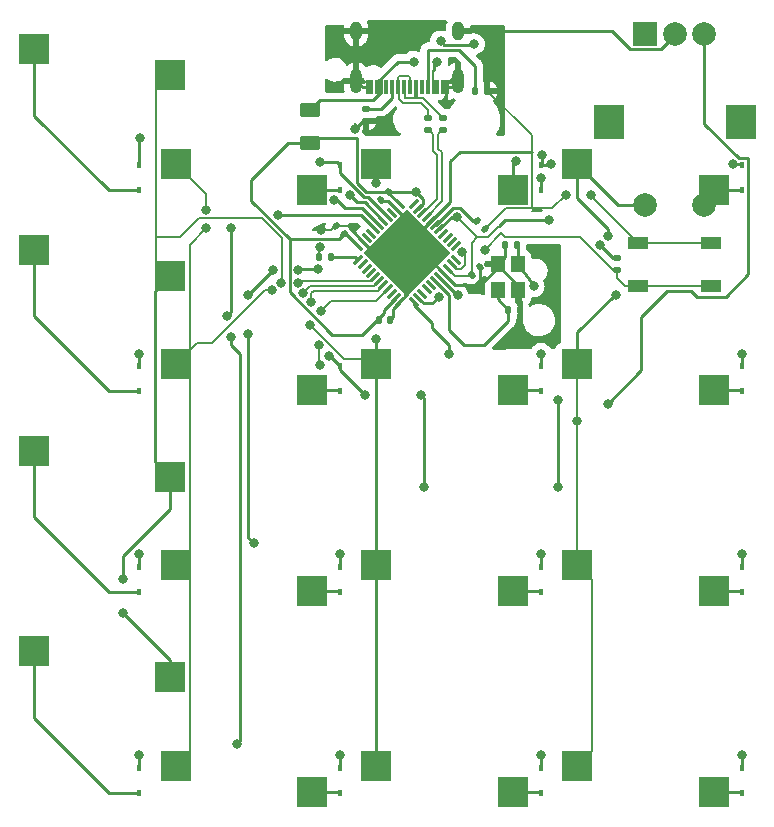
<source format=gbl>
G04 #@! TF.GenerationSoftware,KiCad,Pcbnew,(6.0.4-0)*
G04 #@! TF.CreationDate,2023-09-21T22:42:23-05:00*
G04 #@! TF.ProjectId,kowgary16_cfx,6b6f7767-6172-4793-9136-5f6366782e6b,rev?*
G04 #@! TF.SameCoordinates,Original*
G04 #@! TF.FileFunction,Copper,L2,Bot*
G04 #@! TF.FilePolarity,Positive*
%FSLAX45Y45*%
G04 Gerber Fmt 4.5, Leading zero omitted, Abs format (unit mm)*
G04 Created by KiCad (PCBNEW (6.0.4-0)) date 2023-09-21 22:42:23*
%MOMM*%
%LPD*%
G01*
G04 APERTURE LIST*
G04 Aperture macros list*
%AMRoundRect*
0 Rectangle with rounded corners*
0 $1 Rounding radius*
0 $2 $3 $4 $5 $6 $7 $8 $9 X,Y pos of 4 corners*
0 Add a 4 corners polygon primitive as box body*
4,1,4,$2,$3,$4,$5,$6,$7,$8,$9,$2,$3,0*
0 Add four circle primitives for the rounded corners*
1,1,$1+$1,$2,$3*
1,1,$1+$1,$4,$5*
1,1,$1+$1,$6,$7*
1,1,$1+$1,$8,$9*
0 Add four rect primitives between the rounded corners*
20,1,$1+$1,$2,$3,$4,$5,0*
20,1,$1+$1,$4,$5,$6,$7,0*
20,1,$1+$1,$6,$7,$8,$9,0*
20,1,$1+$1,$8,$9,$2,$3,0*%
%AMRotRect*
0 Rectangle, with rotation*
0 The origin of the aperture is its center*
0 $1 length*
0 $2 width*
0 $3 Rotation angle, in degrees counterclockwise*
0 Add horizontal line*
21,1,$1,$2,0,0,$3*%
G04 Aperture macros list end*
G04 #@! TA.AperFunction,SMDPad,CuDef*
%ADD10R,2.600000X2.600000*%
G04 #@! TD*
G04 #@! TA.AperFunction,SMDPad,CuDef*
%ADD11R,0.450000X0.600000*%
G04 #@! TD*
G04 #@! TA.AperFunction,SMDPad,CuDef*
%ADD12RoundRect,0.140000X0.219203X0.021213X0.021213X0.219203X-0.219203X-0.021213X-0.021213X-0.219203X0*%
G04 #@! TD*
G04 #@! TA.AperFunction,SMDPad,CuDef*
%ADD13RoundRect,0.135000X-0.185000X0.135000X-0.185000X-0.135000X0.185000X-0.135000X0.185000X0.135000X0*%
G04 #@! TD*
G04 #@! TA.AperFunction,SMDPad,CuDef*
%ADD14RoundRect,0.140000X0.021213X-0.219203X0.219203X-0.021213X-0.021213X0.219203X-0.219203X0.021213X0*%
G04 #@! TD*
G04 #@! TA.AperFunction,SMDPad,CuDef*
%ADD15RoundRect,0.062500X0.291682X0.380070X-0.380070X-0.291682X-0.291682X-0.380070X0.380070X0.291682X0*%
G04 #@! TD*
G04 #@! TA.AperFunction,SMDPad,CuDef*
%ADD16RoundRect,0.062500X-0.291682X0.380070X-0.380070X0.291682X0.291682X-0.380070X0.380070X-0.291682X0*%
G04 #@! TD*
G04 #@! TA.AperFunction,SMDPad,CuDef*
%ADD17RotRect,5.200000X5.200000X225.000000*%
G04 #@! TD*
G04 #@! TA.AperFunction,SMDPad,CuDef*
%ADD18RoundRect,0.140000X-0.140000X-0.170000X0.140000X-0.170000X0.140000X0.170000X-0.140000X0.170000X0*%
G04 #@! TD*
G04 #@! TA.AperFunction,SMDPad,CuDef*
%ADD19R,1.200000X1.400000*%
G04 #@! TD*
G04 #@! TA.AperFunction,ComponentPad*
%ADD20R,2.000000X2.000000*%
G04 #@! TD*
G04 #@! TA.AperFunction,ComponentPad*
%ADD21C,2.000000*%
G04 #@! TD*
G04 #@! TA.AperFunction,ComponentPad*
%ADD22R,2.500000X3.000000*%
G04 #@! TD*
G04 #@! TA.AperFunction,SMDPad,CuDef*
%ADD23RoundRect,0.140000X-0.021213X0.219203X-0.219203X0.021213X0.021213X-0.219203X0.219203X-0.021213X0*%
G04 #@! TD*
G04 #@! TA.AperFunction,SMDPad,CuDef*
%ADD24RoundRect,0.135000X0.135000X0.185000X-0.135000X0.185000X-0.135000X-0.185000X0.135000X-0.185000X0*%
G04 #@! TD*
G04 #@! TA.AperFunction,SMDPad,CuDef*
%ADD25R,1.800000X1.100000*%
G04 #@! TD*
G04 #@! TA.AperFunction,SMDPad,CuDef*
%ADD26RoundRect,0.135000X-0.135000X-0.185000X0.135000X-0.185000X0.135000X0.185000X-0.135000X0.185000X0*%
G04 #@! TD*
G04 #@! TA.AperFunction,SMDPad,CuDef*
%ADD27RoundRect,0.140000X0.140000X0.170000X-0.140000X0.170000X-0.140000X-0.170000X0.140000X-0.170000X0*%
G04 #@! TD*
G04 #@! TA.AperFunction,SMDPad,CuDef*
%ADD28R,0.300000X1.150000*%
G04 #@! TD*
G04 #@! TA.AperFunction,ComponentPad*
%ADD29O,1.000000X2.100000*%
G04 #@! TD*
G04 #@! TA.AperFunction,ComponentPad*
%ADD30O,1.000000X1.600000*%
G04 #@! TD*
G04 #@! TA.AperFunction,SMDPad,CuDef*
%ADD31RoundRect,0.250000X-0.625000X0.375000X-0.625000X-0.375000X0.625000X-0.375000X0.625000X0.375000X0*%
G04 #@! TD*
G04 #@! TA.AperFunction,SMDPad,CuDef*
%ADD32RoundRect,0.140000X-0.219203X-0.021213X-0.021213X-0.219203X0.219203X0.021213X0.021213X0.219203X0*%
G04 #@! TD*
G04 #@! TA.AperFunction,ViaPad*
%ADD33C,0.800000*%
G04 #@! TD*
G04 #@! TA.AperFunction,Conductor*
%ADD34C,0.250000*%
G04 #@! TD*
G04 #@! TA.AperFunction,Conductor*
%ADD35C,0.200000*%
G04 #@! TD*
G04 APERTURE END LIST*
D10*
G04 #@! TO.P,SW23,1,1*
G04 #@! TO.N,Net-(D23-Pad2)*
X12014994Y-6332497D03*
G04 #@! TO.P,SW23,2,2*
G04 #@! TO.N,col3*
X10859995Y-6112497D03*
G04 #@! TD*
G04 #@! TO.P,SW13,1,1*
G04 #@! TO.N,Net-(D13-Pad2)*
X12014994Y-4632498D03*
G04 #@! TO.P,SW13,2,2*
G04 #@! TO.N,col3*
X10859995Y-4412498D03*
G04 #@! TD*
G04 #@! TO.P,SW4,1,1*
G04 #@! TO.N,Net-(D4-Pad2)*
X13714994Y-2932499D03*
G04 #@! TO.P,SW4,2,2*
G04 #@! TO.N,col4*
X12559994Y-2712499D03*
G04 #@! TD*
G04 #@! TO.P,SW1,1,1*
G04 #@! TO.N,Net-(D1-Pad2)*
X7959996Y-1742499D03*
G04 #@! TO.P,SW1,2,2*
G04 #@! TO.N,col1*
X9114996Y-1962499D03*
G04 #@! TD*
G04 #@! TO.P,SW34,1,1*
G04 #@! TO.N,Net-(D34-Pad2)*
X13714994Y-8032496D03*
G04 #@! TO.P,SW34,2,2*
G04 #@! TO.N,col4*
X12559994Y-7812496D03*
G04 #@! TD*
G04 #@! TO.P,SW33,1,1*
G04 #@! TO.N,Net-(D33-Pad2)*
X12014994Y-8032496D03*
G04 #@! TO.P,SW33,2,2*
G04 #@! TO.N,col3*
X10859995Y-7812496D03*
G04 #@! TD*
G04 #@! TO.P,SW24,1,1*
G04 #@! TO.N,Net-(D24-Pad2)*
X13714994Y-6332497D03*
G04 #@! TO.P,SW24,2,2*
G04 #@! TO.N,col4*
X12559994Y-6112497D03*
G04 #@! TD*
G04 #@! TO.P,SW32,1,1*
G04 #@! TO.N,Net-(D32-Pad2)*
X10314995Y-8032496D03*
G04 #@! TO.P,SW32,2,2*
G04 #@! TO.N,col2*
X9159995Y-7812496D03*
G04 #@! TD*
G04 #@! TO.P,SW31,1,1*
G04 #@! TO.N,Net-(D31-Pad2)*
X7959996Y-6842496D03*
G04 #@! TO.P,SW31,2,2*
G04 #@! TO.N,col1*
X9114996Y-7062496D03*
G04 #@! TD*
G04 #@! TO.P,SW3,1,1*
G04 #@! TO.N,Net-(D3-Pad2)*
X12014994Y-2932499D03*
G04 #@! TO.P,SW3,2,2*
G04 #@! TO.N,col3*
X10859995Y-2712499D03*
G04 #@! TD*
G04 #@! TO.P,SW14,1,1*
G04 #@! TO.N,Net-(D14-Pad2)*
X13714994Y-4632498D03*
G04 #@! TO.P,SW14,2,2*
G04 #@! TO.N,col4*
X12559994Y-4412498D03*
G04 #@! TD*
G04 #@! TO.P,SW21,1,1*
G04 #@! TO.N,Net-(D21-Pad2)*
X7959996Y-5142497D03*
G04 #@! TO.P,SW21,2,2*
G04 #@! TO.N,col1*
X9114996Y-5362497D03*
G04 #@! TD*
G04 #@! TO.P,SW2,1,1*
G04 #@! TO.N,Net-(D2-Pad2)*
X10314995Y-2932499D03*
G04 #@! TO.P,SW2,2,2*
G04 #@! TO.N,col2*
X9159995Y-2712499D03*
G04 #@! TD*
G04 #@! TO.P,SW12,1,1*
G04 #@! TO.N,Net-(D12-Pad2)*
X10314995Y-4632498D03*
G04 #@! TO.P,SW12,2,2*
G04 #@! TO.N,col2*
X9159995Y-4412498D03*
G04 #@! TD*
G04 #@! TO.P,SW22,1,1*
G04 #@! TO.N,Net-(D22-Pad2)*
X10314995Y-6332497D03*
G04 #@! TO.P,SW22,2,2*
G04 #@! TO.N,col2*
X9159995Y-6112497D03*
G04 #@! TD*
G04 #@! TO.P,SW11,1,1*
G04 #@! TO.N,Net-(D11-Pad2)*
X7959996Y-3442498D03*
G04 #@! TO.P,SW11,2,2*
G04 #@! TO.N,col1*
X9114996Y-3662498D03*
G04 #@! TD*
D11*
G04 #@! TO.P,D31,1,K*
G04 #@! TO.N,row4*
X8854163Y-7828330D03*
G04 #@! TO.P,D31,2,A*
G04 #@! TO.N,Net-(D31-Pad2)*
X8854163Y-8038330D03*
G04 #@! TD*
G04 #@! TO.P,D34,1,K*
G04 #@! TO.N,row4*
X13954160Y-7828330D03*
G04 #@! TO.P,D34,2,A*
G04 #@! TO.N,Net-(D34-Pad2)*
X13954160Y-8038330D03*
G04 #@! TD*
D12*
G04 #@! TO.P,C5,1*
G04 #@! TO.N,+5V*
X10583941Y-3308941D03*
G04 #@! TO.P,C5,2*
G04 #@! TO.N,GND*
X10516059Y-3241059D03*
G04 #@! TD*
D13*
G04 #@! TO.P,R4,1*
G04 #@! TO.N,D+*
X11425000Y-2324000D03*
G04 #@! TO.P,R4,2*
G04 #@! TO.N,D_res+*
X11425000Y-2426000D03*
G04 #@! TD*
D11*
G04 #@! TO.P,D11,1,K*
G04 #@! TO.N,row2*
X8854163Y-4428331D03*
G04 #@! TO.P,D11,2,A*
G04 #@! TO.N,Net-(D11-Pad2)*
X8854163Y-4638331D03*
G04 #@! TD*
G04 #@! TO.P,D22,1,K*
G04 #@! TO.N,row3*
X10554162Y-6128330D03*
G04 #@! TO.P,D22,2,A*
G04 #@! TO.N,Net-(D22-Pad2)*
X10554162Y-6338330D03*
G04 #@! TD*
G04 #@! TO.P,D24,1,K*
G04 #@! TO.N,row3*
X13954160Y-6128330D03*
G04 #@! TO.P,D24,2,A*
G04 #@! TO.N,Net-(D24-Pad2)*
X13954160Y-6338330D03*
G04 #@! TD*
D14*
G04 #@! TO.P,C4,1*
G04 #@! TO.N,+5V*
X11666059Y-3653941D03*
G04 #@! TO.P,C4,2*
G04 #@! TO.N,GND*
X11733941Y-3586059D03*
G04 #@! TD*
D15*
G04 #@! TO.P,U1,1,PE6*
G04 #@! TO.N,unconnected-(U1-Pad1)*
X11180048Y-3058058D03*
G04 #@! TO.P,U1,2,UVCC*
G04 #@! TO.N,+5V*
X11215404Y-3093413D03*
G04 #@! TO.P,U1,3,D-*
G04 #@! TO.N,D_res-*
X11250759Y-3128769D03*
G04 #@! TO.P,U1,4,D+*
G04 #@! TO.N,D_res+*
X11286114Y-3164124D03*
G04 #@! TO.P,U1,5,UGND*
G04 #@! TO.N,GND*
X11321470Y-3199479D03*
G04 #@! TO.P,U1,6,UCAP*
G04 #@! TO.N,Net-(C3-Pad1)*
X11356825Y-3234835D03*
G04 #@! TO.P,U1,7,VBUS*
G04 #@! TO.N,+5V*
X11392180Y-3270190D03*
G04 #@! TO.P,U1,8,PB0*
G04 #@! TO.N,unconnected-(U1-Pad8)*
X11427536Y-3305545D03*
G04 #@! TO.P,U1,9,PB1*
G04 #@! TO.N,unconnected-(U1-Pad9)*
X11462891Y-3340901D03*
G04 #@! TO.P,U1,10,PB2*
G04 #@! TO.N,unconnected-(U1-Pad10)*
X11498246Y-3376256D03*
G04 #@! TO.P,U1,11,PB3*
G04 #@! TO.N,unconnected-(U1-Pad11)*
X11533602Y-3411611D03*
D16*
G04 #@! TO.P,U1,12,PB7*
G04 #@! TO.N,unconnected-(U1-Pad12)*
X11533602Y-3530052D03*
G04 #@! TO.P,U1,13,~{RESET}*
G04 #@! TO.N,Net-(B1-Pad2)*
X11498246Y-3565407D03*
G04 #@! TO.P,U1,14,VCC*
G04 #@! TO.N,+5V*
X11462891Y-3600763D03*
G04 #@! TO.P,U1,15,GND*
G04 #@! TO.N,GND*
X11427536Y-3636118D03*
G04 #@! TO.P,U1,16,XTAL2*
G04 #@! TO.N,Net-(C2-Pad2)*
X11392180Y-3671473D03*
G04 #@! TO.P,U1,17,XTAL1*
G04 #@! TO.N,Net-(C1-Pad2)*
X11356825Y-3706829D03*
G04 #@! TO.P,U1,18,PD0*
G04 #@! TO.N,unconnected-(U1-Pad18)*
X11321470Y-3742184D03*
G04 #@! TO.P,U1,19,PD1*
G04 #@! TO.N,unconnected-(U1-Pad19)*
X11286114Y-3777539D03*
G04 #@! TO.P,U1,20,PD2*
G04 #@! TO.N,unconnected-(U1-Pad20)*
X11250759Y-3812895D03*
G04 #@! TO.P,U1,21,PD3*
G04 #@! TO.N,pad_a*
X11215404Y-3848250D03*
G04 #@! TO.P,U1,22,PD5*
G04 #@! TO.N,pad_b*
X11180048Y-3883605D03*
D15*
G04 #@! TO.P,U1,23,GND*
G04 #@! TO.N,GND*
X11061608Y-3883605D03*
G04 #@! TO.P,U1,24,AVCC*
G04 #@! TO.N,+5V*
X11026253Y-3848250D03*
G04 #@! TO.P,U1,25,PD4*
G04 #@! TO.N,unconnected-(U1-Pad25)*
X10990897Y-3812895D03*
G04 #@! TO.P,U1,26,PD6*
G04 #@! TO.N,col4*
X10955542Y-3777539D03*
G04 #@! TO.P,U1,27,PD7*
G04 #@! TO.N,col3*
X10920187Y-3742184D03*
G04 #@! TO.P,U1,28,PB4*
G04 #@! TO.N,col2*
X10884831Y-3706829D03*
G04 #@! TO.P,U1,29,PB5*
G04 #@! TO.N,col1*
X10849476Y-3671473D03*
G04 #@! TO.P,U1,30,PB6*
G04 #@! TO.N,unconnected-(U1-Pad30)*
X10814121Y-3636118D03*
G04 #@! TO.P,U1,31,PC6*
G04 #@! TO.N,unconnected-(U1-Pad31)*
X10778765Y-3600763D03*
G04 #@! TO.P,U1,32,PC7*
G04 #@! TO.N,unconnected-(U1-Pad32)*
X10743410Y-3565407D03*
G04 #@! TO.P,U1,33,~{HWB}/PE2*
G04 #@! TO.N,Net-(R6-Pad1)*
X10708055Y-3530052D03*
D16*
G04 #@! TO.P,U1,34,VCC*
G04 #@! TO.N,+5V*
X10708055Y-3411611D03*
G04 #@! TO.P,U1,35,GND*
G04 #@! TO.N,GND*
X10743410Y-3376256D03*
G04 #@! TO.P,U1,36,PF7*
G04 #@! TO.N,unconnected-(U1-Pad36)*
X10778765Y-3340901D03*
G04 #@! TO.P,U1,37,PF6*
G04 #@! TO.N,unconnected-(U1-Pad37)*
X10814121Y-3305545D03*
G04 #@! TO.P,U1,38,PF5*
G04 #@! TO.N,row4*
X10849476Y-3270190D03*
G04 #@! TO.P,U1,39,PF4*
G04 #@! TO.N,row3*
X10884831Y-3234835D03*
G04 #@! TO.P,U1,40,PF1*
G04 #@! TO.N,row2*
X10920187Y-3199479D03*
G04 #@! TO.P,U1,41,PF0*
G04 #@! TO.N,row1*
X10955542Y-3164124D03*
G04 #@! TO.P,U1,42,AREF*
G04 #@! TO.N,unconnected-(U1-Pad42)*
X10990897Y-3128769D03*
G04 #@! TO.P,U1,43,GND*
G04 #@! TO.N,GND*
X11026253Y-3093413D03*
G04 #@! TO.P,U1,44,AVCC*
G04 #@! TO.N,+5V*
X11061608Y-3058058D03*
D17*
G04 #@! TO.P,U1,45,GND*
G04 #@! TO.N,GND*
X11120828Y-3470832D03*
G04 #@! TD*
D11*
G04 #@! TO.P,D4,1,K*
G04 #@! TO.N,row1*
X13954160Y-2728332D03*
G04 #@! TO.P,D4,2,A*
G04 #@! TO.N,Net-(D4-Pad2)*
X13954160Y-2938332D03*
G04 #@! TD*
G04 #@! TO.P,D33,1,K*
G04 #@! TO.N,row4*
X12254161Y-7828330D03*
G04 #@! TO.P,D33,2,A*
G04 #@! TO.N,Net-(D33-Pad2)*
X12254161Y-8038330D03*
G04 #@! TD*
G04 #@! TO.P,D21,1,K*
G04 #@! TO.N,row3*
X8854163Y-6128330D03*
G04 #@! TO.P,D21,2,A*
G04 #@! TO.N,Net-(D21-Pad2)*
X8854163Y-6338330D03*
G04 #@! TD*
D18*
G04 #@! TO.P,C2,1*
G04 #@! TO.N,GND*
X11952000Y-3400000D03*
G04 #@! TO.P,C2,2*
G04 #@! TO.N,Net-(C2-Pad2)*
X12048000Y-3400000D03*
G04 #@! TD*
D19*
G04 #@! TO.P,Y1,1,1*
G04 #@! TO.N,Net-(C1-Pad2)*
X11890000Y-3785000D03*
G04 #@! TO.P,Y1,2,2*
G04 #@! TO.N,GND*
X11890000Y-3565000D03*
G04 #@! TO.P,Y1,3,3*
G04 #@! TO.N,Net-(C2-Pad2)*
X12060000Y-3565000D03*
G04 #@! TO.P,Y1,4,4*
G04 #@! TO.N,GND*
X12060000Y-3785000D03*
G04 #@! TD*
D20*
G04 #@! TO.P,SW5,A,A*
G04 #@! TO.N,pad_a*
X13137513Y-1612502D03*
D21*
G04 #@! TO.P,SW5,B,B*
G04 #@! TO.N,pad_b*
X13637513Y-1612502D03*
G04 #@! TO.P,SW5,C,C*
G04 #@! TO.N,GND*
X13387513Y-1612502D03*
D22*
G04 #@! TO.P,SW5,MP*
G04 #@! TO.N,N/C*
X13947513Y-2362502D03*
X12827513Y-2362502D03*
D21*
G04 #@! TO.P,SW5,S1,S1*
G04 #@! TO.N,col4*
X13137513Y-3062502D03*
G04 #@! TO.P,SW5,S2,S2*
G04 #@! TO.N,Net-(D4-Pad2)*
X13637513Y-3062502D03*
G04 #@! TD*
D11*
G04 #@! TO.P,D32,1,K*
G04 #@! TO.N,row4*
X10554162Y-7828330D03*
G04 #@! TO.P,D32,2,A*
G04 #@! TO.N,Net-(D32-Pad2)*
X10554162Y-8038330D03*
G04 #@! TD*
D13*
G04 #@! TO.P,R5,1*
G04 #@! TO.N,D-*
X11300000Y-2324000D03*
G04 #@! TO.P,R5,2*
G04 #@! TO.N,D_res-*
X11300000Y-2426000D03*
G04 #@! TD*
D11*
G04 #@! TO.P,D14,1,K*
G04 #@! TO.N,row2*
X13954160Y-4428331D03*
G04 #@! TO.P,D14,2,A*
G04 #@! TO.N,Net-(D14-Pad2)*
X13954160Y-4638331D03*
G04 #@! TD*
D23*
G04 #@! TO.P,C7,1*
G04 #@! TO.N,+5V*
X10968941Y-2953559D03*
G04 #@! TO.P,C7,2*
G04 #@! TO.N,GND*
X10901059Y-3021441D03*
G04 #@! TD*
D24*
G04 #@! TO.P,R6,1*
G04 #@! TO.N,Net-(R6-Pad1)*
X10476000Y-3500000D03*
G04 #@! TO.P,R6,2*
G04 #@! TO.N,GND*
X10374000Y-3500000D03*
G04 #@! TD*
D11*
G04 #@! TO.P,D13,1,K*
G04 #@! TO.N,row2*
X12254161Y-4428331D03*
G04 #@! TO.P,D13,2,A*
G04 #@! TO.N,Net-(D13-Pad2)*
X12254161Y-4638331D03*
G04 #@! TD*
D25*
G04 #@! TO.P,B1,1,1*
G04 #@! TO.N,GND*
X13694000Y-3382000D03*
X13074000Y-3382000D03*
G04 #@! TO.P,B1,2,2*
G04 #@! TO.N,Net-(B1-Pad2)*
X13694000Y-3752000D03*
X13074000Y-3752000D03*
G04 #@! TD*
D11*
G04 #@! TO.P,D1,1,K*
G04 #@! TO.N,row1*
X8854163Y-2728332D03*
G04 #@! TO.P,D1,2,A*
G04 #@! TO.N,Net-(D1-Pad2)*
X8854163Y-2938332D03*
G04 #@! TD*
G04 #@! TO.P,D3,1,K*
G04 #@! TO.N,row1*
X12254161Y-2728332D03*
G04 #@! TO.P,D3,2,A*
G04 #@! TO.N,Net-(D3-Pad2)*
X12254161Y-2938332D03*
G04 #@! TD*
D18*
G04 #@! TO.P,C6,1*
G04 #@! TO.N,+5V*
X10883162Y-4037498D03*
G04 #@! TO.P,C6,2*
G04 #@! TO.N,GND*
X10979162Y-4037498D03*
G04 #@! TD*
D26*
G04 #@! TO.P,R3,1*
G04 #@! TO.N,Net-(J1-PadB5)*
X11699000Y-2100000D03*
G04 #@! TO.P,R3,2*
G04 #@! TO.N,GND*
X11801000Y-2100000D03*
G04 #@! TD*
D11*
G04 #@! TO.P,D23,1,K*
G04 #@! TO.N,row3*
X12254161Y-6128330D03*
G04 #@! TO.P,D23,2,A*
G04 #@! TO.N,Net-(D23-Pad2)*
X12254161Y-6338330D03*
G04 #@! TD*
D27*
G04 #@! TO.P,C1,1*
G04 #@! TO.N,GND*
X12073000Y-3950000D03*
G04 #@! TO.P,C1,2*
G04 #@! TO.N,Net-(C1-Pad2)*
X11977000Y-3950000D03*
G04 #@! TD*
D28*
G04 #@! TO.P,J1,A1,GND*
G04 #@! TO.N,GND*
X10785828Y-2066999D03*
G04 #@! TO.P,J1,A4,VBUS*
G04 #@! TO.N,VBUS*
X10865828Y-2066999D03*
G04 #@! TO.P,J1,A5,CC1*
G04 #@! TO.N,Net-(J1-PadA5)*
X10995828Y-2066999D03*
G04 #@! TO.P,J1,A6,D+*
G04 #@! TO.N,D+*
X11095828Y-2066999D03*
G04 #@! TO.P,J1,A7,D-*
G04 #@! TO.N,D-*
X11145828Y-2066999D03*
G04 #@! TO.P,J1,A8,SBU1*
G04 #@! TO.N,unconnected-(J1-PadA8)*
X11245828Y-2066999D03*
G04 #@! TO.P,J1,A9,VBUS*
G04 #@! TO.N,VBUS*
X11375828Y-2066999D03*
G04 #@! TO.P,J1,A12,GND*
G04 #@! TO.N,GND*
X11455828Y-2066999D03*
G04 #@! TO.P,J1,B1,GND*
X11425828Y-2066999D03*
G04 #@! TO.P,J1,B4,VBUS*
G04 #@! TO.N,VBUS*
X11345828Y-2066999D03*
G04 #@! TO.P,J1,B5,CC2*
G04 #@! TO.N,Net-(J1-PadB5)*
X11295828Y-2066999D03*
G04 #@! TO.P,J1,B6,D+*
G04 #@! TO.N,D+*
X11195828Y-2066999D03*
G04 #@! TO.P,J1,B7,D-*
G04 #@! TO.N,D-*
X11045828Y-2066999D03*
G04 #@! TO.P,J1,B8,SBU2*
G04 #@! TO.N,unconnected-(J1-PadB8)*
X10945828Y-2066999D03*
G04 #@! TO.P,J1,B9,VBUS*
G04 #@! TO.N,VBUS*
X10895828Y-2066999D03*
G04 #@! TO.P,J1,B12,GND*
G04 #@! TO.N,GND*
X10815828Y-2066999D03*
D29*
G04 #@! TO.P,J1,S1,SHIELD*
X10688828Y-2010499D03*
D30*
X10688828Y-1592499D03*
X11552828Y-1592499D03*
D29*
X11552828Y-2010499D03*
G04 #@! TD*
D11*
G04 #@! TO.P,D12,1,K*
G04 #@! TO.N,row2*
X10554162Y-4428331D03*
G04 #@! TO.P,D12,2,A*
G04 #@! TO.N,Net-(D12-Pad2)*
X10554162Y-4638331D03*
G04 #@! TD*
D31*
G04 #@! TO.P,F1,1*
G04 #@! TO.N,VBUS*
X10300000Y-2260000D03*
G04 #@! TO.P,F1,2*
G04 #@! TO.N,+5V*
X10300000Y-2540000D03*
G04 #@! TD*
D32*
G04 #@! TO.P,C3,1*
G04 #@! TO.N,Net-(C3-Pad1)*
X11714059Y-3198059D03*
G04 #@! TO.P,C3,2*
G04 #@! TO.N,GND*
X11781941Y-3265941D03*
G04 #@! TD*
D13*
G04 #@! TO.P,R2,1*
G04 #@! TO.N,Net-(J1-PadA5)*
X10775000Y-2248000D03*
G04 #@! TO.P,R2,2*
G04 #@! TO.N,GND*
X10775000Y-2350000D03*
G04 #@! TD*
G04 #@! TO.P,R1,1*
G04 #@! TO.N,+5V*
X12895000Y-3510000D03*
G04 #@! TO.P,R1,2*
G04 #@! TO.N,Net-(B1-Pad2)*
X12895000Y-3612000D03*
G04 #@! TD*
D11*
G04 #@! TO.P,D2,1,K*
G04 #@! TO.N,row1*
X10554162Y-2728332D03*
G04 #@! TO.P,D2,2,A*
G04 #@! TO.N,Net-(D2-Pad2)*
X10554162Y-2938332D03*
G04 #@! TD*
D33*
G04 #@! TO.N,GND*
X10380000Y-3422450D03*
X12679161Y-2974999D03*
X10676000Y-2422000D03*
X10390000Y-3277550D03*
X12466661Y-2974999D03*
G04 #@! TO.N,Net-(B1-Pad2)*
X11776009Y-3440000D03*
X11583836Y-3463836D03*
G04 #@! TO.N,Net-(C2-Pad2)*
X12193449Y-3752135D03*
X11547445Y-3824998D03*
G04 #@! TO.N,+5V*
X11193898Y-2950000D03*
X11540000Y-3161450D03*
X12324994Y-3187498D03*
X12749994Y-3399998D03*
G04 #@! TO.N,row1*
X11404161Y-1677550D03*
X12340000Y-2720000D03*
X11687494Y-1699999D03*
X12260000Y-2640000D03*
X8860000Y-2500000D03*
X10380000Y-2700000D03*
X13880000Y-2720000D03*
G04 #@! TO.N,Net-(D3-Pad2)*
X12254161Y-2833332D03*
X12041661Y-2691665D03*
G04 #@! TO.N,pad_a*
X11388359Y-3840822D03*
G04 #@! TO.N,pad_b*
X11475011Y-4320837D03*
X12820845Y-4745838D03*
G04 #@! TO.N,row2*
X10635641Y-2979079D03*
X12254161Y-4320831D03*
X11242541Y-4674998D03*
X10766662Y-4674998D03*
X12395827Y-4710098D03*
X8854163Y-4320831D03*
X13954160Y-4320831D03*
X12395827Y-5454164D03*
X11262495Y-5454164D03*
X10462618Y-4341542D03*
G04 #@! TO.N,row3*
X9820877Y-5925045D03*
X10370360Y-3606149D03*
X9774995Y-3824998D03*
X10504945Y-3022000D03*
X12254161Y-6020830D03*
X10199995Y-3612498D03*
X9774995Y-4157498D03*
X10554162Y-6020830D03*
X13954160Y-6020830D03*
X9987495Y-3612498D03*
X8854163Y-6020830D03*
G04 #@! TO.N,row4*
X12254161Y-7720830D03*
X9598453Y-4002622D03*
X9633329Y-3258332D03*
X8854163Y-7720830D03*
X9679210Y-7625044D03*
X10554162Y-7720830D03*
X13954160Y-7720830D03*
X10026227Y-3148767D03*
X9633329Y-4179165D03*
G04 #@! TO.N,VBUS*
X11375000Y-1850000D03*
X11175000Y-1850000D03*
G04 #@! TO.N,col1*
X10052550Y-3720000D03*
X8712496Y-6233330D03*
X8712496Y-6516664D03*
X10197450Y-3720000D03*
G04 #@! TO.N,col2*
X9973542Y-3781219D03*
X9420829Y-3258332D03*
X10239726Y-3810569D03*
X9420829Y-3103780D03*
G04 #@! TO.N,col3*
X10300000Y-4080000D03*
X10860000Y-4200000D03*
X10310401Y-3881245D03*
X10859995Y-2877550D03*
G04 #@! TO.N,col4*
X12820827Y-3329165D03*
X12560000Y-4889950D03*
X10388755Y-3959598D03*
X12891661Y-3824998D03*
X10370538Y-4249462D03*
X10380000Y-4420000D03*
G04 #@! TD*
D34*
G04 #@! TO.N,GND*
X11026253Y-3093413D02*
X10961780Y-3028941D01*
X11487396Y-2691665D02*
X11566611Y-2612450D01*
D35*
X10517118Y-3240000D02*
X10617828Y-3240000D01*
X10516059Y-3241059D02*
X10517118Y-3240000D01*
D34*
X11102962Y-3729961D02*
X10625093Y-3252093D01*
X11890000Y-3575000D02*
X12060000Y-3745000D01*
X10961780Y-3028941D02*
X10908559Y-3028941D01*
X10837985Y-3470832D02*
X11120828Y-3470832D01*
X13269964Y-1744953D02*
X13005061Y-1744953D01*
D35*
X12174946Y-3092054D02*
X12349605Y-3092054D01*
D34*
X11120828Y-3820917D02*
X11120828Y-3470832D01*
D35*
X12679161Y-2987161D02*
X13074000Y-3382000D01*
D34*
X11061608Y-3883605D02*
X11003000Y-3942213D01*
X11692151Y-3737849D02*
X11742249Y-3737849D01*
X11427536Y-3636118D02*
X11262249Y-3470832D01*
X12060000Y-3745000D02*
X12060000Y-3785000D01*
D35*
X12174550Y-3092450D02*
X12174946Y-3092054D01*
D34*
X10748000Y-2350000D02*
X10676000Y-2422000D01*
X10745328Y-2066999D02*
X10688828Y-2010499D01*
D35*
X10374000Y-3428450D02*
X10380000Y-3422450D01*
D34*
X13387513Y-1612502D02*
X13387513Y-1627404D01*
X11496328Y-2066999D02*
X11552828Y-2010499D01*
X11321470Y-3199479D02*
X11120828Y-3400121D01*
X11003000Y-4013660D02*
X10979162Y-4037498D01*
D35*
X12174946Y-2473946D02*
X11801000Y-2100000D01*
D34*
X13387513Y-1627404D02*
X13269964Y-1744953D01*
D35*
X12174946Y-2612450D02*
X12174946Y-2473946D01*
D34*
X11026253Y-3093413D02*
X11120828Y-3187989D01*
X11734431Y-3695569D02*
X11692151Y-3737849D01*
X11120828Y-3400121D02*
X11120828Y-3470832D01*
X11566611Y-2612450D02*
X12174946Y-2612450D01*
X11952000Y-3503000D02*
X11890000Y-3565000D01*
D35*
X10617828Y-3240000D02*
X10848660Y-3470832D01*
D34*
X10815828Y-2066999D02*
X10745328Y-2066999D01*
X13005061Y-1744953D02*
X12852607Y-1592499D01*
X11427536Y-3636118D02*
X11529267Y-3737849D01*
D35*
X13074000Y-3382000D02*
X13694000Y-3382000D01*
D34*
X11890000Y-3590098D02*
X11890000Y-3565000D01*
D35*
X11955432Y-3092450D02*
X12174550Y-3092450D01*
D34*
X12073000Y-3798000D02*
X12060000Y-3785000D01*
X12073000Y-3950000D02*
X12073000Y-3798000D01*
D35*
X10848660Y-3470832D02*
X11120828Y-3470832D01*
X11781941Y-3265941D02*
X11955432Y-3092450D01*
D34*
X11952000Y-3400000D02*
X11952000Y-3503000D01*
X11425828Y-2066999D02*
X11496328Y-2066999D01*
X11061608Y-3880138D02*
X11120828Y-3820917D01*
X11262249Y-3470832D02*
X11120828Y-3470832D01*
D35*
X10390000Y-3277550D02*
X10479568Y-3277550D01*
X12174946Y-3092054D02*
X12174946Y-2612450D01*
D34*
X11734431Y-3586549D02*
X11734431Y-3695569D01*
X11003000Y-3942213D02*
X11003000Y-4013660D01*
X11102962Y-3842252D02*
X11102962Y-3729961D01*
X11061608Y-3883605D02*
X11061608Y-3880138D01*
X11487396Y-3033553D02*
X11487396Y-2691665D01*
X10908559Y-3028941D02*
X10901059Y-3021441D01*
X11321470Y-3199479D02*
X11487396Y-3033553D01*
X12852607Y-1592499D02*
X11552828Y-1592499D01*
X11529267Y-3737849D02*
X11692151Y-3737849D01*
X11742249Y-3737849D02*
X11890000Y-3590098D01*
X11890000Y-3565000D02*
X11890000Y-3575000D01*
D35*
X12349605Y-3092054D02*
X12466661Y-2974999D01*
X10374000Y-3500000D02*
X10374000Y-3428450D01*
D34*
X10775000Y-2350000D02*
X10748000Y-2350000D01*
D35*
X12679161Y-2974999D02*
X12679161Y-2987161D01*
D34*
X11733941Y-3586059D02*
X11734431Y-3586549D01*
X10743410Y-3376256D02*
X10837985Y-3470832D01*
D35*
X10479568Y-3277550D02*
X10516059Y-3241059D01*
D34*
X11120828Y-3187989D02*
X11120828Y-3470832D01*
D35*
G04 #@! TO.N,Net-(B1-Pad2)*
X11537100Y-3604261D02*
X11577765Y-3604261D01*
X12583520Y-3332451D02*
X12863070Y-3612000D01*
X11498246Y-3565407D02*
X11537100Y-3604261D01*
X12964000Y-3752000D02*
X13074000Y-3752000D01*
X11949451Y-3332451D02*
X12583520Y-3332451D01*
X11577765Y-3604261D02*
X11607811Y-3574215D01*
X12895000Y-3683000D02*
X12964000Y-3752000D01*
X12895000Y-3612000D02*
X12895000Y-3683000D01*
X12863070Y-3612000D02*
X12895000Y-3612000D01*
X11607811Y-3574215D02*
X11607811Y-3487811D01*
X11776009Y-3440000D02*
X11777000Y-3440000D01*
X11917000Y-3300000D02*
X11949451Y-3332451D01*
X11777000Y-3440000D02*
X11917000Y-3300000D01*
X11607811Y-3487811D02*
X11583836Y-3463836D01*
X13074000Y-3752000D02*
X13694000Y-3752000D01*
D34*
G04 #@! TO.N,Net-(C1-Pad2)*
X11474995Y-3824998D02*
X11474995Y-4120430D01*
X11977000Y-4043425D02*
X11977000Y-3950000D01*
X11890000Y-3785000D02*
X11890000Y-3863000D01*
X11356825Y-3706829D02*
X11474995Y-3824998D01*
X11474995Y-4120430D02*
X11600964Y-4246400D01*
X11600964Y-4246400D02*
X11774025Y-4246400D01*
X11774025Y-4246400D02*
X11977000Y-4043425D01*
X11890000Y-3863000D02*
X11977000Y-3950000D01*
G04 #@! TO.N,Net-(C2-Pad2)*
X12193449Y-3752135D02*
X12060000Y-3565000D01*
X12060000Y-3412000D02*
X12048000Y-3400000D01*
X11543348Y-3822641D02*
X11545087Y-3822641D01*
X11392180Y-3671473D02*
X11543348Y-3822641D01*
X11545087Y-3822641D02*
X11547445Y-3824998D01*
X12060000Y-3565000D02*
X12060000Y-3412000D01*
G04 #@! TO.N,Net-(C3-Pad1)*
X11681059Y-3198059D02*
X11714059Y-3198059D01*
X11356825Y-3234835D02*
X11363964Y-3234835D01*
X11363964Y-3234835D02*
X11509799Y-3089000D01*
X11509799Y-3089000D02*
X11572000Y-3089000D01*
X11572000Y-3089000D02*
X11681059Y-3198059D01*
G04 #@! TO.N,+5V*
X12859996Y-3510000D02*
X12749994Y-3399998D01*
X10583941Y-3308941D02*
X10605384Y-3308941D01*
X9800043Y-2854854D02*
X9800043Y-3025043D01*
X10487696Y-4161000D02*
X10737693Y-4161000D01*
X11951501Y-3187498D02*
X11900952Y-3238048D01*
X10737693Y-4161000D02*
X10923000Y-3975693D01*
X11392180Y-3270190D02*
X11500920Y-3161450D01*
D35*
X11714550Y-3336000D02*
X11803000Y-3336000D01*
D34*
X11058058Y-3058058D02*
X10950000Y-2950000D01*
X10923000Y-3951502D02*
X11026253Y-3848250D01*
X11215404Y-3093413D02*
X11256757Y-3052060D01*
X10772593Y-2950000D02*
X10697543Y-2874950D01*
X10605384Y-3308941D02*
X10708055Y-3411611D01*
X10950000Y-2950000D02*
X10772593Y-2950000D01*
X10125000Y-3350000D02*
X10542882Y-3350000D01*
X11061608Y-3058058D02*
X11058058Y-3058058D01*
X11256757Y-3012859D02*
X11193898Y-2950000D01*
X10114897Y-2540000D02*
X9800043Y-2854854D01*
X10923000Y-3975000D02*
X10923000Y-3951502D01*
D35*
X11666059Y-3384491D02*
X11714550Y-3336000D01*
D34*
X10300000Y-2540000D02*
X10114897Y-2540000D01*
X10697543Y-2494451D02*
X10345549Y-2494451D01*
X11193898Y-2950000D02*
X10950000Y-2950000D01*
D35*
X11525128Y-3663000D02*
X11657000Y-3663000D01*
D34*
X11256757Y-3052060D02*
X11256757Y-3012859D01*
X10345549Y-2494451D02*
X10300000Y-2540000D01*
X12895000Y-3510000D02*
X12859996Y-3510000D01*
D35*
X11540000Y-3161450D02*
X11714550Y-3336000D01*
D34*
X10923000Y-3975693D02*
X10923000Y-3975000D01*
D35*
X11462891Y-3600763D02*
X11525128Y-3663000D01*
D34*
X10697543Y-2874950D02*
X10697543Y-2494451D01*
X9800043Y-3025043D02*
X10125000Y-3350000D01*
X10542882Y-3350000D02*
X10583941Y-3308941D01*
X11500920Y-3161450D02*
X11540000Y-3161450D01*
X10125000Y-3798304D02*
X10487696Y-4161000D01*
D35*
X11803000Y-3336000D02*
X11900952Y-3238048D01*
D34*
X10125000Y-3350000D02*
X10125000Y-3798304D01*
X12324994Y-3187498D02*
X11951501Y-3187498D01*
D35*
X11666059Y-3653941D02*
X11666059Y-3384491D01*
D34*
G04 #@! TO.N,row1*
X10380000Y-2700000D02*
X10525830Y-2700000D01*
X12260000Y-2640000D02*
X12260000Y-2722493D01*
X10786370Y-2994952D02*
X10753974Y-2994952D01*
X12254161Y-2728332D02*
X12331668Y-2728332D01*
X12331668Y-2728332D02*
X12340000Y-2720000D01*
X8854163Y-2728332D02*
X8854163Y-2505838D01*
X10525830Y-2700000D02*
X10554162Y-2728332D01*
X8854163Y-2505838D02*
X8860000Y-2500000D01*
X13880000Y-2720000D02*
X13945828Y-2720000D01*
X10554162Y-2795140D02*
X10554162Y-2728332D01*
X10955542Y-3164124D02*
X10786370Y-2994952D01*
X12260000Y-2722493D02*
X12254161Y-2728332D01*
X11404161Y-1677550D02*
X11431562Y-1704951D01*
X13945828Y-2720000D02*
X13954160Y-2728332D01*
X11431562Y-1704951D02*
X11682542Y-1704951D01*
X11682542Y-1704951D02*
X11687494Y-1699999D01*
X10753974Y-2994952D02*
X10554162Y-2795140D01*
G04 #@! TO.N,Net-(D1-Pad2)*
X7959996Y-2305431D02*
X8592897Y-2938332D01*
X8592897Y-2938332D02*
X8854163Y-2938332D01*
X7959996Y-1742499D02*
X7959996Y-2305431D01*
G04 #@! TO.N,Net-(D2-Pad2)*
X10554162Y-2938332D02*
X10320828Y-2938332D01*
X10320828Y-2938332D02*
X10314995Y-2932499D01*
G04 #@! TO.N,Net-(D3-Pad2)*
X12014994Y-2932499D02*
X12014994Y-2718332D01*
X12014994Y-2718332D02*
X12041661Y-2691665D01*
X12254161Y-2833332D02*
X12254161Y-2938332D01*
G04 #@! TO.N,Net-(D4-Pad2)*
X13714994Y-2932499D02*
X13948327Y-2932499D01*
X13637513Y-3062502D02*
X13637513Y-3009980D01*
X13637513Y-3009980D02*
X13714994Y-2932499D01*
X13948327Y-2932499D02*
X13954160Y-2938332D01*
G04 #@! TO.N,pad_a*
X11388359Y-3840822D02*
X11333344Y-3895837D01*
X11333344Y-3895837D02*
X11262991Y-3895837D01*
X11262991Y-3895837D02*
X11215404Y-3848250D01*
G04 #@! TO.N,pad_b*
X14009111Y-2665881D02*
X14009111Y-3646791D01*
X11180048Y-3906751D02*
X11333344Y-4060047D01*
X13104179Y-4462504D02*
X12820845Y-4745838D01*
X13322273Y-3794452D02*
X13104179Y-4012546D01*
X13526550Y-3794452D02*
X13322273Y-3794452D01*
X11475011Y-4320837D02*
X11475011Y-4250004D01*
X13637513Y-1612502D02*
X13637513Y-2375051D01*
X13637513Y-2375051D02*
X13928342Y-2665881D01*
X13928342Y-2665881D02*
X14009111Y-2665881D01*
X13571549Y-3839451D02*
X13526550Y-3794452D01*
X13816451Y-3839451D02*
X13571549Y-3839451D01*
X14009111Y-3646791D02*
X13816451Y-3839451D01*
X11333344Y-4108337D02*
X11333344Y-4060047D01*
X13104179Y-4012546D02*
X13104179Y-4462504D01*
X11180048Y-3883605D02*
X11180048Y-3906751D01*
X11475011Y-4250004D02*
X11333344Y-4108337D01*
G04 #@! TO.N,row2*
X11262495Y-5454164D02*
X11262495Y-4694952D01*
X10554162Y-4462498D02*
X10554162Y-4428331D01*
X10696466Y-3039904D02*
X10635641Y-2979079D01*
X10766662Y-4674998D02*
X10554162Y-4462498D01*
X10462618Y-4341542D02*
X10467373Y-4341542D01*
X10760611Y-3039904D02*
X10696466Y-3039904D01*
X8854163Y-4428331D02*
X8854163Y-4320831D01*
X13954160Y-4320831D02*
X13954160Y-4428331D01*
X10467373Y-4341542D02*
X10554162Y-4428331D01*
X10920187Y-3199479D02*
X10760611Y-3039904D01*
X12395827Y-4710098D02*
X12395827Y-5454164D01*
X11262495Y-4694952D02*
X11242541Y-4674998D01*
X12254161Y-4320831D02*
X12254161Y-4428331D01*
G04 #@! TO.N,Net-(D11-Pad2)*
X7959996Y-3442498D02*
X7959996Y-4005430D01*
X8592897Y-4638331D02*
X8854163Y-4638331D01*
X7959996Y-4005430D02*
X8592897Y-4638331D01*
G04 #@! TO.N,Net-(D12-Pad2)*
X10314995Y-4632498D02*
X10548329Y-4632498D01*
X10548329Y-4632498D02*
X10554162Y-4638331D01*
G04 #@! TO.N,Net-(D13-Pad2)*
X12248328Y-4632498D02*
X12254161Y-4638331D01*
X12014994Y-4632498D02*
X12248328Y-4632498D01*
G04 #@! TO.N,Net-(D14-Pad2)*
X13948327Y-4632498D02*
X13954160Y-4638331D01*
X13714994Y-4632498D02*
X13948327Y-4632498D01*
G04 #@! TO.N,row3*
X10734852Y-3084856D02*
X10592397Y-3084856D01*
X9774995Y-4157498D02*
X9774995Y-5879164D01*
X12254161Y-6020830D02*
X12254161Y-6128330D01*
X10370360Y-3606149D02*
X10206344Y-3606149D01*
X10529541Y-3022000D02*
X10504945Y-3022000D01*
X10554162Y-6020830D02*
X10554162Y-6128330D01*
X10592397Y-3084856D02*
X10529541Y-3022000D01*
X10206344Y-3606149D02*
X10199995Y-3612498D01*
X9774995Y-5879164D02*
X9820877Y-5925045D01*
X10884831Y-3234835D02*
X10734852Y-3084856D01*
X13954160Y-6020830D02*
X13954160Y-6128330D01*
X9987495Y-3612498D02*
X9774995Y-3824998D01*
X8854163Y-6128330D02*
X8854163Y-6020830D01*
G04 #@! TO.N,Net-(D21-Pad2)*
X7959996Y-5142497D02*
X7959996Y-5705430D01*
X7959996Y-5705430D02*
X8592897Y-6338330D01*
X8592897Y-6338330D02*
X8854163Y-6338330D01*
G04 #@! TO.N,Net-(D22-Pad2)*
X10314995Y-6332497D02*
X10548329Y-6332497D01*
X10548329Y-6332497D02*
X10554162Y-6338330D01*
G04 #@! TO.N,Net-(D23-Pad2)*
X12248328Y-6332497D02*
X12254161Y-6338330D01*
X12014994Y-6332497D02*
X12248328Y-6332497D01*
G04 #@! TO.N,Net-(D24-Pad2)*
X13948327Y-6332497D02*
X13954160Y-6338330D01*
X13714994Y-6332497D02*
X13948327Y-6332497D01*
G04 #@! TO.N,row4*
X10728053Y-3148767D02*
X10026227Y-3148767D01*
X13954160Y-7720830D02*
X13954160Y-7828330D01*
X9633329Y-4249998D02*
X9704162Y-4320831D01*
X9704162Y-7600092D02*
X9679210Y-7625044D01*
X8854163Y-7828330D02*
X8854163Y-7720830D01*
X9633329Y-4179165D02*
X9633329Y-4249998D01*
X9633329Y-3967747D02*
X9598453Y-4002622D01*
X9633329Y-3258332D02*
X9633329Y-3967747D01*
X10849476Y-3270190D02*
X10728053Y-3148767D01*
X9704162Y-4320831D02*
X9704162Y-7600092D01*
X12254161Y-7720830D02*
X12254161Y-7828330D01*
X10554162Y-7720830D02*
X10554162Y-7828330D01*
G04 #@! TO.N,Net-(D31-Pad2)*
X7959996Y-6842496D02*
X7959996Y-7405429D01*
X7959996Y-7405429D02*
X8592897Y-8038330D01*
X8592897Y-8038330D02*
X8854163Y-8038330D01*
G04 #@! TO.N,Net-(D32-Pad2)*
X10548329Y-8032496D02*
X10554162Y-8038330D01*
X10314995Y-8032496D02*
X10548329Y-8032496D01*
G04 #@! TO.N,Net-(D33-Pad2)*
X12248328Y-8032496D02*
X12254161Y-8038330D01*
X12014994Y-8032496D02*
X12248328Y-8032496D01*
G04 #@! TO.N,Net-(D34-Pad2)*
X13714994Y-8032496D02*
X13948327Y-8032496D01*
X13948327Y-8032496D02*
X13954160Y-8038330D01*
D35*
G04 #@! TO.N,VBUS*
X11342376Y-1929024D02*
X11350000Y-1921400D01*
D34*
X10865828Y-2025426D02*
X11041255Y-1850000D01*
X10830327Y-2175000D02*
X10385000Y-2175000D01*
X11350000Y-1875000D02*
X11350000Y-1921400D01*
X10385000Y-2175000D02*
X10300000Y-2260000D01*
X10895828Y-2066999D02*
X10895828Y-2109499D01*
X11375000Y-1850000D02*
X11350000Y-1875000D01*
D35*
X11342376Y-2033547D02*
X11342376Y-1929024D01*
D34*
X11041255Y-1850000D02*
X11175000Y-1850000D01*
X10895828Y-2109499D02*
X10830327Y-2175000D01*
D35*
X11375828Y-2066999D02*
X11342376Y-2033547D01*
D34*
X10865828Y-2066999D02*
X10865828Y-2025426D01*
G04 #@! TO.N,Net-(J1-PadA5)*
X10902230Y-2248000D02*
X10995828Y-2154401D01*
X10775000Y-2248000D02*
X10902230Y-2248000D01*
X10995828Y-2154401D02*
X10995828Y-2066999D01*
D35*
G04 #@! TO.N,D+*
X11095828Y-2066999D02*
X11100877Y-2066999D01*
X11190779Y-2154450D02*
X11190779Y-2089779D01*
X11100877Y-2066999D02*
X11100877Y-2154450D01*
X11200877Y-2154450D02*
X11255450Y-2154450D01*
X11190779Y-2089779D02*
X11200877Y-2099877D01*
X11100877Y-2154450D02*
X11190779Y-2154450D01*
X11200877Y-2099877D02*
X11200877Y-2154450D01*
X11255450Y-2154450D02*
X11425000Y-2324000D01*
G04 #@! TO.N,D-*
X11045828Y-2066999D02*
X11050829Y-2072000D01*
X11145828Y-1984597D02*
X11136231Y-1975000D01*
X11082238Y-2199449D02*
X11236810Y-2199449D01*
X11050829Y-2168041D02*
X11082238Y-2199449D01*
X11050829Y-2072000D02*
X11050829Y-2168041D01*
X11045828Y-1984597D02*
X11045828Y-2066999D01*
X11300000Y-2262640D02*
X11300000Y-2324000D01*
X11136231Y-1975000D02*
X11055425Y-1975000D01*
X11236810Y-2199449D02*
X11300000Y-2262640D01*
X11145828Y-2066999D02*
X11145828Y-1984597D01*
X11055425Y-1975000D02*
X11045828Y-1984597D01*
D34*
G04 #@! TO.N,Net-(J1-PadB5)*
X11300000Y-1750000D02*
X11295828Y-1754172D01*
X11295828Y-1754172D02*
X11295828Y-2066999D01*
X11699000Y-2100000D02*
X11699000Y-1885276D01*
X11699000Y-1885276D02*
X11563724Y-1750000D01*
X11563724Y-1750000D02*
X11300000Y-1750000D01*
G04 #@! TO.N,Net-(R6-Pad1)*
X10476000Y-3500000D02*
X10678003Y-3500000D01*
X10678003Y-3500000D02*
X10708055Y-3530052D01*
D35*
G04 #@! TO.N,col1*
X9197537Y-3332451D02*
X8999115Y-3332451D01*
X8999115Y-3332451D02*
X8992544Y-3325880D01*
X10849476Y-3671473D02*
X10810622Y-3710327D01*
D34*
X8712496Y-6035798D02*
X9114996Y-5633298D01*
D35*
X8992544Y-3540046D02*
X8992544Y-3325880D01*
X8992544Y-3325880D02*
X8992544Y-2084951D01*
X10052550Y-3720000D02*
X10060000Y-3712550D01*
D34*
X9114996Y-5362497D02*
X8990044Y-5237545D01*
D35*
X8992544Y-2084951D02*
X9114996Y-1962499D01*
D34*
X8990044Y-5237545D02*
X8990044Y-3787451D01*
D35*
X9888694Y-3173730D02*
X9846270Y-3173730D01*
X9846270Y-3173730D02*
X9356258Y-3173730D01*
X10060000Y-3712550D02*
X10060000Y-3345036D01*
D34*
X8990044Y-3787451D02*
X9114996Y-3662498D01*
D35*
X10207123Y-3710327D02*
X10197450Y-3720000D01*
X9114996Y-3662498D02*
X8992544Y-3540046D01*
X9356258Y-3173730D02*
X9197537Y-3332451D01*
D34*
X9114996Y-7062496D02*
X9114996Y-6919164D01*
D35*
X10810622Y-3710327D02*
X10207123Y-3710327D01*
D34*
X9114996Y-6919164D02*
X8712496Y-6516664D01*
D35*
X10060000Y-3345036D02*
X9907482Y-3192518D01*
D34*
X8712496Y-6233330D02*
X8712496Y-6035798D01*
D35*
X9907482Y-3192518D02*
X9888694Y-3173730D01*
D34*
X9114996Y-5633298D02*
X9114996Y-5362497D01*
D35*
G04 #@! TO.N,col2*
X9420829Y-2973332D02*
X9159995Y-2712499D01*
X9159995Y-4412498D02*
X9279162Y-4293331D01*
X10300000Y-3750279D02*
X10239726Y-3810553D01*
X9918781Y-3781219D02*
X9472454Y-4227546D01*
X9472454Y-4227546D02*
X9344947Y-4227546D01*
X9282448Y-5990045D02*
X9159995Y-6112497D01*
X9279162Y-3399998D02*
X9420829Y-3258332D01*
X9282448Y-7690044D02*
X9282448Y-6234950D01*
X10841381Y-3750279D02*
X10300000Y-3750279D01*
X9279162Y-4293331D02*
X9279162Y-3399998D01*
X9282448Y-6234950D02*
X9159995Y-6112497D01*
X10884831Y-3706829D02*
X10841381Y-3750279D01*
X9159995Y-4412498D02*
X9282448Y-4534951D01*
D34*
X9277447Y-4295046D02*
X9159995Y-4412498D01*
D35*
X10239726Y-3810553D02*
X10239726Y-3810569D01*
X9420829Y-3103780D02*
X9420829Y-2973332D01*
X9159995Y-7812496D02*
X9282448Y-7690044D01*
X9344947Y-4227546D02*
X9159995Y-4412498D01*
X9282448Y-4534951D02*
X9282448Y-5990045D01*
X9973542Y-3781219D02*
X9918781Y-3781219D01*
D34*
G04 #@! TO.N,col3*
X10859995Y-4412498D02*
X10859995Y-7812496D01*
D35*
X10329769Y-3790231D02*
X10872140Y-3790231D01*
D34*
X10859995Y-2712499D02*
X10859995Y-2877550D01*
X10860000Y-4412493D02*
X10859995Y-4412498D01*
D35*
X10588380Y-4368380D02*
X10815877Y-4368380D01*
X10815877Y-4368380D02*
X10859995Y-4412498D01*
X10310401Y-3881245D02*
X10310401Y-3809599D01*
D34*
X10860000Y-4200000D02*
X10860000Y-4412493D01*
D35*
X10300000Y-4080000D02*
X10588380Y-4368380D01*
X10872140Y-3790231D02*
X10920187Y-3742184D01*
X10310401Y-3809599D02*
X10329769Y-3790231D01*
G04 #@! TO.N,col4*
X12560000Y-4889950D02*
X12559994Y-4889956D01*
X12682446Y-7690044D02*
X12559994Y-7812496D01*
X12559994Y-6112497D02*
X12682446Y-6234950D01*
X10370538Y-4410538D02*
X10380000Y-4420000D01*
X12559994Y-4889956D02*
X12559994Y-6112497D01*
D34*
X12559994Y-3001469D02*
X12820827Y-3262303D01*
X12891661Y-3824998D02*
X12876693Y-3824998D01*
X13137513Y-3062502D02*
X12909997Y-3062502D01*
D35*
X10370538Y-4249462D02*
X10370538Y-4410538D01*
D34*
X12559994Y-4141697D02*
X12559994Y-4412498D01*
D35*
X10858985Y-3874096D02*
X10474257Y-3874096D01*
X12560000Y-4889950D02*
X12559994Y-4889944D01*
X10955542Y-3777539D02*
X10858985Y-3874096D01*
X12682446Y-6234950D02*
X12682446Y-7690044D01*
D34*
X12876693Y-3824998D02*
X12559994Y-4141697D01*
D35*
X10474257Y-3874096D02*
X10388755Y-3959598D01*
D34*
X12909997Y-3062502D02*
X12559994Y-2712499D01*
D35*
X12559994Y-4889944D02*
X12559994Y-4412498D01*
D34*
X12820827Y-3262303D02*
X12820827Y-3329165D01*
X12559994Y-2712499D02*
X12559994Y-3001469D01*
D35*
G04 #@! TO.N,D_res+*
X11417446Y-3029257D02*
X11286114Y-3160589D01*
X11425000Y-2426000D02*
X11385000Y-2466000D01*
X11385000Y-2584804D02*
X11417446Y-2617250D01*
X11417446Y-2617250D02*
X11417446Y-3029257D01*
X11286114Y-3160589D02*
X11286114Y-3164124D01*
X11385000Y-2466000D02*
X11385000Y-2584804D01*
G04 #@! TO.N,D_res-*
X11254294Y-3128769D02*
X11250759Y-3128769D01*
X11300000Y-2426000D02*
X11340000Y-2466000D01*
X11372447Y-2635889D02*
X11372447Y-3010617D01*
X11372447Y-3010617D02*
X11254294Y-3128769D01*
X11340000Y-2603442D02*
X11372447Y-2635889D01*
X11340000Y-2466000D02*
X11340000Y-2603442D01*
G04 #@! TD*
G04 #@! TA.AperFunction,Conductor*
G04 #@! TO.N,GND*
G36*
X12415212Y-3395301D02*
G01*
X12419861Y-3400666D01*
X12421000Y-3405901D01*
X12421000Y-4222827D01*
X12419000Y-4229639D01*
X12413634Y-4234288D01*
X12412823Y-4234625D01*
X12406448Y-4237015D01*
X12405323Y-4237437D01*
X12393668Y-4246172D01*
X12384932Y-4257828D01*
X12384617Y-4258668D01*
X12380081Y-4270768D01*
X12375817Y-4276444D01*
X12368509Y-4278943D01*
X12342651Y-4279407D01*
X12335804Y-4277529D01*
X12331513Y-4273109D01*
X12328395Y-4267709D01*
X12328065Y-4267137D01*
X12320440Y-4258668D01*
X12315728Y-4253436D01*
X12315728Y-4253436D01*
X12315286Y-4252945D01*
X12299836Y-4241720D01*
X12299233Y-4241451D01*
X12299233Y-4241451D01*
X12282993Y-4234220D01*
X12282993Y-4234220D01*
X12282390Y-4233952D01*
X12273050Y-4231967D01*
X12264355Y-4230119D01*
X12264355Y-4230119D01*
X12263710Y-4229981D01*
X12244612Y-4229981D01*
X12243967Y-4230119D01*
X12243966Y-4230119D01*
X12235272Y-4231967D01*
X12225932Y-4233952D01*
X12225329Y-4234220D01*
X12225329Y-4234220D01*
X12209089Y-4241451D01*
X12209088Y-4241451D01*
X12208486Y-4241720D01*
X12193036Y-4252945D01*
X12192593Y-4253436D01*
X12192593Y-4253436D01*
X12187882Y-4258668D01*
X12180257Y-4267137D01*
X12179927Y-4267709D01*
X12174960Y-4276312D01*
X12169821Y-4281211D01*
X12164274Y-4282610D01*
X12057564Y-4284526D01*
X11852450Y-4288209D01*
X11845603Y-4286331D01*
X11840858Y-4281050D01*
X11839722Y-4274042D01*
X11842555Y-4267532D01*
X11843314Y-4266701D01*
X12016225Y-4093791D01*
X12017054Y-4093036D01*
X12017702Y-4092625D01*
X12022366Y-4087658D01*
X12022641Y-4087374D01*
X12024613Y-4085402D01*
X12024861Y-4085082D01*
X12025632Y-4084180D01*
X12028116Y-4081535D01*
X12028659Y-4080957D01*
X12029635Y-4079182D01*
X12030720Y-4077529D01*
X12031475Y-4076555D01*
X12031961Y-4075929D01*
X12033718Y-4071871D01*
X12034238Y-4070808D01*
X12036369Y-4066931D01*
X12036567Y-4066163D01*
X12036567Y-4066163D01*
X12036873Y-4064969D01*
X12037514Y-4063098D01*
X12038003Y-4061967D01*
X12038318Y-4061239D01*
X12038442Y-4060457D01*
X12038442Y-4060456D01*
X12039010Y-4056872D01*
X12039250Y-4055710D01*
X12040153Y-4052196D01*
X12040153Y-4052196D01*
X12040350Y-4051428D01*
X12040350Y-4049402D01*
X12040505Y-4047431D01*
X12040698Y-4046213D01*
X12040822Y-4045431D01*
X12040607Y-4043160D01*
X12041958Y-4036190D01*
X12046309Y-4031394D01*
X12047197Y-4030820D01*
X12047600Y-4029931D01*
X12047600Y-4002138D01*
X12049355Y-3995724D01*
X12050586Y-3993642D01*
X12050586Y-3993642D01*
X12050989Y-3992960D01*
X12055561Y-3977225D01*
X12055850Y-3973548D01*
X12055850Y-3926452D01*
X12055561Y-3922775D01*
X12050989Y-3907040D01*
X12050350Y-3905959D01*
X12043052Y-3893619D01*
X12042649Y-3892937D01*
X12038290Y-3888579D01*
X12034888Y-3882348D01*
X12034600Y-3879669D01*
X12034600Y-3772200D01*
X12036600Y-3765388D01*
X12041966Y-3760739D01*
X12047200Y-3759600D01*
X12072800Y-3759600D01*
X12079612Y-3761600D01*
X12084261Y-3766966D01*
X12085400Y-3772200D01*
X12085400Y-3862388D01*
X12085847Y-3863912D01*
X12085986Y-3864033D01*
X12088078Y-3864488D01*
X12088000Y-3864846D01*
X12092612Y-3866200D01*
X12097261Y-3871566D01*
X12098400Y-3876800D01*
X12098400Y-4029356D01*
X12099479Y-4033032D01*
X12100990Y-4035383D01*
X12101492Y-4038460D01*
X12102080Y-4054125D01*
X12106817Y-4076703D01*
X12107013Y-4077199D01*
X12107013Y-4077199D01*
X12108725Y-4081535D01*
X12115291Y-4098160D01*
X12127259Y-4117883D01*
X12127609Y-4118286D01*
X12141574Y-4134379D01*
X12142379Y-4135307D01*
X12142792Y-4135646D01*
X12159806Y-4149596D01*
X12159807Y-4149597D01*
X12160219Y-4149935D01*
X12180268Y-4161347D01*
X12180770Y-4161530D01*
X12180770Y-4161530D01*
X12201452Y-4169037D01*
X12201452Y-4169037D01*
X12201953Y-4169219D01*
X12202478Y-4169314D01*
X12202479Y-4169314D01*
X12224247Y-4173250D01*
X12224247Y-4173250D01*
X12224655Y-4173324D01*
X12226429Y-4173408D01*
X12226924Y-4173431D01*
X12226924Y-4173431D01*
X12227072Y-4173438D01*
X12243287Y-4173438D01*
X12249983Y-4172870D01*
X12259951Y-4172024D01*
X12259951Y-4172024D01*
X12260482Y-4171979D01*
X12260997Y-4171845D01*
X12260998Y-4171845D01*
X12282295Y-4166318D01*
X12282295Y-4166317D01*
X12282812Y-4166183D01*
X12283298Y-4165964D01*
X12283299Y-4165964D01*
X12303359Y-4156927D01*
X12303846Y-4156708D01*
X12304288Y-4156411D01*
X12304288Y-4156410D01*
X12317563Y-4147473D01*
X12322983Y-4143824D01*
X12339676Y-4127900D01*
X12348908Y-4115492D01*
X12353128Y-4109819D01*
X12353128Y-4109819D01*
X12353447Y-4109391D01*
X12358925Y-4098616D01*
X12363660Y-4089303D01*
X12363660Y-4089303D01*
X12363902Y-4088827D01*
X12369167Y-4071872D01*
X12370585Y-4067305D01*
X12370585Y-4067304D01*
X12370743Y-4066795D01*
X12373310Y-4047431D01*
X12373704Y-4044453D01*
X12373704Y-4044453D01*
X12373774Y-4043925D01*
X12373734Y-4042844D01*
X12372936Y-4021593D01*
X12372909Y-4020871D01*
X12368172Y-3998293D01*
X12359698Y-3976836D01*
X12347730Y-3957113D01*
X12345409Y-3954439D01*
X12332960Y-3940092D01*
X12332960Y-3940092D01*
X12332610Y-3939689D01*
X12326825Y-3934946D01*
X12315183Y-3925400D01*
X12315182Y-3925399D01*
X12314770Y-3925061D01*
X12294721Y-3913649D01*
X12294219Y-3913467D01*
X12294219Y-3913466D01*
X12273537Y-3905959D01*
X12273537Y-3905959D01*
X12273035Y-3905777D01*
X12272511Y-3905682D01*
X12272510Y-3905682D01*
X12250742Y-3901746D01*
X12250741Y-3901746D01*
X12250334Y-3901672D01*
X12248560Y-3901588D01*
X12248065Y-3901565D01*
X12248065Y-3901565D01*
X12247916Y-3901558D01*
X12231702Y-3901558D01*
X12225006Y-3902126D01*
X12215038Y-3902972D01*
X12215038Y-3902972D01*
X12214507Y-3903017D01*
X12213992Y-3903151D01*
X12213991Y-3903151D01*
X12192694Y-3908679D01*
X12192694Y-3908679D01*
X12192177Y-3908813D01*
X12191691Y-3909032D01*
X12191690Y-3909032D01*
X12181847Y-3913466D01*
X12171143Y-3918288D01*
X12170701Y-3918586D01*
X12170701Y-3918586D01*
X12167951Y-3920437D01*
X12161183Y-3922582D01*
X12154330Y-3920728D01*
X12149567Y-3915463D01*
X12148814Y-3913501D01*
X12147284Y-3908233D01*
X12147304Y-3901134D01*
X12151159Y-3895172D01*
X12151827Y-3894635D01*
X12155572Y-3891828D01*
X12156828Y-3890572D01*
X12164479Y-3880365D01*
X12165332Y-3878805D01*
X12169848Y-3866761D01*
X12170210Y-3865235D01*
X12170763Y-3860149D01*
X12170800Y-3859467D01*
X12170800Y-3855532D01*
X12172800Y-3848720D01*
X12178166Y-3844071D01*
X12183900Y-3843134D01*
X12183900Y-3842985D01*
X12202997Y-3842985D01*
X12203642Y-3842848D01*
X12203643Y-3842848D01*
X12212337Y-3840999D01*
X12221677Y-3839014D01*
X12230776Y-3834963D01*
X12238521Y-3831515D01*
X12238521Y-3831515D01*
X12239124Y-3831247D01*
X12254574Y-3820021D01*
X12257602Y-3816658D01*
X12266911Y-3806320D01*
X12266911Y-3806320D01*
X12267353Y-3805829D01*
X12275167Y-3792294D01*
X12276571Y-3789863D01*
X12276571Y-3789863D01*
X12276901Y-3789290D01*
X12282803Y-3771128D01*
X12284799Y-3752135D01*
X12283672Y-3741410D01*
X12282872Y-3733798D01*
X12282872Y-3733798D01*
X12282803Y-3733142D01*
X12276901Y-3714979D01*
X12273230Y-3708620D01*
X12271556Y-3701720D01*
X12273878Y-3695011D01*
X12275942Y-3692753D01*
X12282077Y-3687494D01*
X12282562Y-3687079D01*
X12295061Y-3670966D01*
X12304064Y-3652668D01*
X12305055Y-3648864D01*
X12309043Y-3633552D01*
X12309044Y-3633552D01*
X12309204Y-3632934D01*
X12309737Y-3622770D01*
X12310238Y-3613207D01*
X12310238Y-3613207D01*
X12310272Y-3612569D01*
X12307222Y-3592406D01*
X12303393Y-3581997D01*
X12300401Y-3573866D01*
X12300401Y-3573866D01*
X12300181Y-3573267D01*
X12289435Y-3555936D01*
X12285902Y-3552200D01*
X12275862Y-3541583D01*
X12275423Y-3541119D01*
X12274880Y-3540739D01*
X12259242Y-3529789D01*
X12259242Y-3529789D01*
X12258718Y-3529422D01*
X12240003Y-3521323D01*
X12232393Y-3519734D01*
X12220516Y-3517252D01*
X12220515Y-3517252D01*
X12220041Y-3517153D01*
X12219557Y-3517128D01*
X12219557Y-3517128D01*
X12219550Y-3517127D01*
X12219373Y-3517118D01*
X12204398Y-3517118D01*
X12197133Y-3517856D01*
X12189841Y-3518597D01*
X12189841Y-3518597D01*
X12189206Y-3518661D01*
X12187561Y-3519177D01*
X12187218Y-3519284D01*
X12180119Y-3519413D01*
X12174078Y-3515683D01*
X12171013Y-3509279D01*
X12170850Y-3507261D01*
X12170850Y-3490187D01*
X12170174Y-3483968D01*
X12165061Y-3470329D01*
X12156326Y-3458674D01*
X12144670Y-3449938D01*
X12143830Y-3449623D01*
X12143829Y-3449623D01*
X12133323Y-3445685D01*
X12127647Y-3441421D01*
X12125177Y-3434764D01*
X12125647Y-3430371D01*
X12126381Y-3427844D01*
X12126381Y-3427843D01*
X12126561Y-3427225D01*
X12126850Y-3423548D01*
X12126850Y-3405901D01*
X12128850Y-3399088D01*
X12134216Y-3394439D01*
X12139450Y-3393301D01*
X12408400Y-3393301D01*
X12415212Y-3395301D01*
G37*
G04 #@! TD.AperFunction*
G04 #@! TA.AperFunction,Conductor*
G36*
X11786536Y-3662583D02*
G01*
X11789096Y-3665135D01*
X11790795Y-3667402D01*
X11793280Y-3674052D01*
X11791775Y-3680990D01*
X11790795Y-3682515D01*
X11784938Y-3690329D01*
X11779825Y-3703968D01*
X11779150Y-3710187D01*
X11779150Y-3815942D01*
X11777150Y-3822754D01*
X11771784Y-3827403D01*
X11764757Y-3828413D01*
X11762950Y-3828017D01*
X11737255Y-3820356D01*
X11737255Y-3820356D01*
X11736855Y-3820237D01*
X11736443Y-3820172D01*
X11736443Y-3820172D01*
X11708035Y-3815673D01*
X11708035Y-3815672D01*
X11707687Y-3815617D01*
X11705231Y-3815506D01*
X11698593Y-3815204D01*
X11698591Y-3815204D01*
X11698451Y-3815198D01*
X11680004Y-3815198D01*
X11658028Y-3816658D01*
X11651910Y-3817891D01*
X11644837Y-3817277D01*
X11639219Y-3812936D01*
X11637057Y-3807297D01*
X11637005Y-3807308D01*
X11636935Y-3806980D01*
X11636888Y-3806857D01*
X11636868Y-3806662D01*
X11636868Y-3806662D01*
X11636799Y-3806005D01*
X11630897Y-3787843D01*
X11621349Y-3771304D01*
X11617672Y-3767221D01*
X11609012Y-3757603D01*
X11609012Y-3757603D01*
X11608570Y-3757112D01*
X11594162Y-3746644D01*
X11589827Y-3741021D01*
X11589219Y-3733948D01*
X11592532Y-3727669D01*
X11598714Y-3724177D01*
X11601568Y-3723850D01*
X11619382Y-3723850D01*
X11626194Y-3725850D01*
X11627564Y-3726868D01*
X11629759Y-3728743D01*
X11630323Y-3729053D01*
X11630324Y-3729053D01*
X11635439Y-3731865D01*
X11644118Y-3736637D01*
X11659988Y-3740711D01*
X11676373Y-3740711D01*
X11689064Y-3737453D01*
X11691474Y-3736834D01*
X11691475Y-3736834D01*
X11692243Y-3736637D01*
X11696769Y-3734148D01*
X11706037Y-3729053D01*
X11706037Y-3729053D01*
X11706601Y-3728743D01*
X11709406Y-3726348D01*
X11738465Y-3697288D01*
X11740861Y-3694483D01*
X11741812Y-3692753D01*
X11748372Y-3680820D01*
X11748754Y-3680125D01*
X11749238Y-3678240D01*
X11752870Y-3672139D01*
X11758309Y-3669169D01*
X11759339Y-3668904D01*
X11760801Y-3668325D01*
X11772944Y-3661650D01*
X11779877Y-3660121D01*
X11786536Y-3662583D01*
G37*
G04 #@! TD.AperFunction*
G04 #@! TA.AperFunction,Conductor*
G36*
X11909612Y-3541600D02*
G01*
X11914261Y-3546966D01*
X11915400Y-3552200D01*
X11915400Y-3577800D01*
X11913400Y-3584612D01*
X11908034Y-3589261D01*
X11902800Y-3590400D01*
X11787800Y-3590400D01*
X11780988Y-3588400D01*
X11776339Y-3583034D01*
X11775200Y-3577800D01*
X11775200Y-3552200D01*
X11777200Y-3545388D01*
X11782566Y-3540739D01*
X11787800Y-3539600D01*
X11902800Y-3539600D01*
X11909612Y-3541600D01*
G37*
G04 #@! TD.AperFunction*
G04 #@! TA.AperFunction,Conductor*
G36*
X10703405Y-3214117D02*
G01*
X10705503Y-3215807D01*
X10723160Y-3233465D01*
X10726563Y-3239696D01*
X10726056Y-3246777D01*
X10721801Y-3252461D01*
X10721224Y-3252842D01*
X10720801Y-3253017D01*
X10711868Y-3259872D01*
X10697736Y-3274003D01*
X10690881Y-3282936D01*
X10690877Y-3282947D01*
X10686012Y-3287585D01*
X10679040Y-3288929D01*
X10672449Y-3286290D01*
X10671329Y-3285295D01*
X10665275Y-3279241D01*
X10663143Y-3276402D01*
X10659053Y-3268963D01*
X10659053Y-3268963D01*
X10658743Y-3268399D01*
X10656348Y-3265594D01*
X10627288Y-3236534D01*
X10624670Y-3234298D01*
X10620789Y-3228353D01*
X10620738Y-3221254D01*
X10624533Y-3215254D01*
X10630970Y-3212258D01*
X10632853Y-3212117D01*
X10696593Y-3212117D01*
X10703405Y-3214117D01*
G37*
G04 #@! TD.AperFunction*
G04 #@! TA.AperFunction,Conductor*
G36*
X10425781Y-3214117D02*
G01*
X10430430Y-3219483D01*
X10431441Y-3226510D01*
X10431173Y-3227851D01*
X10429536Y-3234226D01*
X10429339Y-3235786D01*
X10429339Y-3250574D01*
X10429536Y-3252134D01*
X10433213Y-3266456D01*
X10433792Y-3267919D01*
X10433826Y-3267980D01*
X10433838Y-3268034D01*
X10434084Y-3268656D01*
X10433984Y-3268696D01*
X10435355Y-3274914D01*
X10432892Y-3281573D01*
X10427221Y-3285843D01*
X10422784Y-3286650D01*
X10324796Y-3286650D01*
X10317984Y-3284650D01*
X10313335Y-3279284D01*
X10312325Y-3272257D01*
X10315274Y-3265799D01*
X10318830Y-3262952D01*
X10325026Y-3259621D01*
X10410595Y-3213619D01*
X10416561Y-3212117D01*
X10418969Y-3212117D01*
X10425781Y-3214117D01*
G37*
G04 #@! TD.AperFunction*
G04 #@! TA.AperFunction,Conductor*
G36*
X12257841Y-3095988D02*
G01*
X12264615Y-3098114D01*
X12269164Y-3103564D01*
X12270045Y-3110609D01*
X12266977Y-3117012D01*
X12265015Y-3118779D01*
X12263869Y-3119612D01*
X12263427Y-3120102D01*
X12262936Y-3120544D01*
X12262824Y-3120420D01*
X12257493Y-3123704D01*
X12254174Y-3124148D01*
X12185353Y-3124148D01*
X12178541Y-3122148D01*
X12173892Y-3116783D01*
X12172882Y-3109755D01*
X12175831Y-3103297D01*
X12177797Y-3101466D01*
X12181321Y-3098825D01*
X12181669Y-3098360D01*
X12187760Y-3095034D01*
X12190671Y-3094748D01*
X12257841Y-3095988D01*
G37*
G04 #@! TD.AperFunction*
G04 #@! TD*
G04 #@! TA.AperFunction,Conductor*
G04 #@! TO.N,GND*
G36*
X11022680Y-2227557D02*
G01*
X11027186Y-2230453D01*
X11031250Y-2234516D01*
X11034652Y-2240747D01*
X11034146Y-2247829D01*
X11032449Y-2250946D01*
X11021542Y-2265606D01*
X11021301Y-2266081D01*
X11015832Y-2276837D01*
X11011087Y-2286170D01*
X11008486Y-2294547D01*
X11004404Y-2307692D01*
X11004404Y-2307693D01*
X11004246Y-2308202D01*
X11003941Y-2310502D01*
X11001371Y-2329895D01*
X11001215Y-2331072D01*
X11001235Y-2331605D01*
X11001235Y-2331605D01*
X11001492Y-2338450D01*
X11002080Y-2354126D01*
X11006817Y-2376704D01*
X11015291Y-2398161D01*
X11027259Y-2417884D01*
X11027609Y-2418287D01*
X11041004Y-2433723D01*
X11042379Y-2435308D01*
X11042792Y-2435647D01*
X11059806Y-2449597D01*
X11059807Y-2449598D01*
X11060219Y-2449936D01*
X11061633Y-2450740D01*
X11062879Y-2451450D01*
X11067809Y-2456558D01*
X11069196Y-2463521D01*
X11066597Y-2470128D01*
X11060839Y-2474282D01*
X11056646Y-2475000D01*
X10766847Y-2475000D01*
X10760035Y-2473000D01*
X10755504Y-2467832D01*
X10755320Y-2467264D01*
X10754895Y-2466594D01*
X10754878Y-2466568D01*
X10753802Y-2464455D01*
X10753791Y-2464427D01*
X10753790Y-2464426D01*
X10753499Y-2463689D01*
X10753033Y-2463049D01*
X10753033Y-2463048D01*
X10750198Y-2459146D01*
X10749753Y-2458491D01*
X10748622Y-2456709D01*
X10746743Y-2453749D01*
X10746143Y-2453185D01*
X10744575Y-2451407D01*
X10744557Y-2451382D01*
X10744557Y-2451382D01*
X10744091Y-2450740D01*
X10742702Y-2449592D01*
X10738728Y-2443708D01*
X10738566Y-2436611D01*
X10742267Y-2430552D01*
X10748144Y-2427553D01*
X10749303Y-2427309D01*
X10749600Y-2426163D01*
X10749600Y-2425957D01*
X10800400Y-2425957D01*
X10800834Y-2427436D01*
X10802000Y-2427642D01*
X10802998Y-2427564D01*
X10804256Y-2427334D01*
X10818478Y-2423202D01*
X10819922Y-2422577D01*
X10832541Y-2415115D01*
X10833784Y-2414150D01*
X10844150Y-2403784D01*
X10845115Y-2402541D01*
X10852577Y-2389922D01*
X10853202Y-2388478D01*
X10856496Y-2377140D01*
X10856492Y-2375730D01*
X10855765Y-2375400D01*
X10802212Y-2375400D01*
X10800688Y-2375848D01*
X10800567Y-2375987D01*
X10800400Y-2376755D01*
X10800400Y-2425957D01*
X10749600Y-2425957D01*
X10749600Y-2338450D01*
X10751600Y-2331638D01*
X10756966Y-2326989D01*
X10762200Y-2325850D01*
X10799006Y-2325850D01*
X10799999Y-2325850D01*
X10803647Y-2325563D01*
X10804265Y-2325383D01*
X10804265Y-2325383D01*
X10805239Y-2325100D01*
X10808754Y-2324600D01*
X10855190Y-2324600D01*
X10856543Y-2324203D01*
X10856837Y-2322157D01*
X10859786Y-2315699D01*
X10865759Y-2311860D01*
X10869309Y-2311350D01*
X10894353Y-2311350D01*
X10895471Y-2311403D01*
X10896220Y-2311570D01*
X10897013Y-2311545D01*
X10897013Y-2311545D01*
X10903028Y-2311356D01*
X10903424Y-2311350D01*
X10906215Y-2311350D01*
X10906609Y-2311300D01*
X10906615Y-2311300D01*
X10907799Y-2311206D01*
X10911025Y-2311105D01*
X10911427Y-2311092D01*
X10912218Y-2311067D01*
X10914164Y-2310502D01*
X10916100Y-2310101D01*
X10917323Y-2309947D01*
X10917323Y-2309947D01*
X10918109Y-2309847D01*
X10918846Y-2309556D01*
X10918847Y-2309556D01*
X10922221Y-2308220D01*
X10923344Y-2307835D01*
X10926828Y-2306823D01*
X10926828Y-2306823D01*
X10927589Y-2306602D01*
X10928271Y-2306199D01*
X10928271Y-2306198D01*
X10929332Y-2305571D01*
X10931107Y-2304701D01*
X10932991Y-2303955D01*
X10936568Y-2301356D01*
X10937560Y-2300705D01*
X10940683Y-2298858D01*
X10940683Y-2298858D01*
X10941366Y-2298454D01*
X10942798Y-2297022D01*
X10944301Y-2295738D01*
X10945299Y-2295013D01*
X10945940Y-2294547D01*
X10946445Y-2293937D01*
X10946446Y-2293936D01*
X10948759Y-2291140D01*
X10949558Y-2290262D01*
X11009367Y-2230453D01*
X11015599Y-2227050D01*
X11022680Y-2227557D01*
G37*
G04 #@! TD.AperFunction*
G04 #@! TA.AperFunction,Conductor*
G36*
X11944212Y-1540349D02*
G01*
X11948861Y-1545715D01*
X11950000Y-1550949D01*
X11950000Y-2462400D01*
X11948000Y-2469212D01*
X11942634Y-2473861D01*
X11937400Y-2475000D01*
X11886478Y-2475000D01*
X11879666Y-2473000D01*
X11875017Y-2467634D01*
X11874006Y-2460607D01*
X11875911Y-2455538D01*
X11877968Y-2452370D01*
X11881979Y-2446193D01*
X11894646Y-2419516D01*
X11897760Y-2409820D01*
X11903546Y-2391797D01*
X11903546Y-2391797D01*
X11903674Y-2391399D01*
X11906447Y-2375987D01*
X11908830Y-2362745D01*
X11908830Y-2362744D01*
X11908903Y-2362334D01*
X11909253Y-2354648D01*
X11910224Y-2333250D01*
X11910224Y-2333250D01*
X11910243Y-2332833D01*
X11910139Y-2331638D01*
X11907706Y-2303830D01*
X11907669Y-2303414D01*
X11907578Y-2303006D01*
X11901318Y-2275002D01*
X11901318Y-2275001D01*
X11901227Y-2274594D01*
X11891030Y-2246879D01*
X11890646Y-2246150D01*
X11880843Y-2227557D01*
X11877257Y-2220756D01*
X11865625Y-2204389D01*
X11860393Y-2197025D01*
X11860392Y-2197025D01*
X11860150Y-2196684D01*
X11859866Y-2196379D01*
X11859865Y-2196379D01*
X11852409Y-2188383D01*
X11849226Y-2182037D01*
X11849980Y-2174978D01*
X11853902Y-2169834D01*
X11854784Y-2169150D01*
X11865150Y-2158784D01*
X11866115Y-2157541D01*
X11873577Y-2144922D01*
X11874202Y-2143478D01*
X11878334Y-2129256D01*
X11878564Y-2127998D01*
X11878626Y-2127206D01*
X11878309Y-2125697D01*
X11877163Y-2125400D01*
X11789450Y-2125400D01*
X11782638Y-2123400D01*
X11777989Y-2118034D01*
X11776850Y-2112800D01*
X11776850Y-2075248D01*
X11776850Y-2075001D01*
X11776676Y-2072788D01*
X11826400Y-2072788D01*
X11826847Y-2074312D01*
X11826986Y-2074433D01*
X11827755Y-2074600D01*
X11876957Y-2074600D01*
X11878436Y-2074166D01*
X11878642Y-2073000D01*
X11878564Y-2072002D01*
X11878334Y-2070744D01*
X11874202Y-2056522D01*
X11873577Y-2055078D01*
X11866115Y-2042459D01*
X11865150Y-2041216D01*
X11854784Y-2030850D01*
X11853540Y-2029885D01*
X11840922Y-2022423D01*
X11839478Y-2021798D01*
X11828139Y-2018504D01*
X11826729Y-2018508D01*
X11826400Y-2019235D01*
X11826400Y-2072788D01*
X11776676Y-2072788D01*
X11776563Y-2071353D01*
X11776100Y-2069761D01*
X11775600Y-2066246D01*
X11775600Y-2019810D01*
X11775203Y-2018457D01*
X11773157Y-2018163D01*
X11766699Y-2015214D01*
X11762860Y-2009241D01*
X11762350Y-2005691D01*
X11762350Y-1893153D01*
X11762403Y-1892034D01*
X11762570Y-1891285D01*
X11762483Y-1888496D01*
X11762356Y-1884476D01*
X11762350Y-1884080D01*
X11762350Y-1881290D01*
X11762300Y-1880891D01*
X11762206Y-1879707D01*
X11762172Y-1878613D01*
X11762067Y-1875287D01*
X11761846Y-1874525D01*
X11761846Y-1874525D01*
X11761502Y-1873342D01*
X11761101Y-1871405D01*
X11760947Y-1870182D01*
X11760847Y-1869396D01*
X11760556Y-1868659D01*
X11760556Y-1868659D01*
X11759220Y-1865285D01*
X11758835Y-1864162D01*
X11758329Y-1862419D01*
X11757602Y-1859916D01*
X11756690Y-1858374D01*
X11756571Y-1858173D01*
X11755701Y-1856398D01*
X11754955Y-1854514D01*
X11752356Y-1850937D01*
X11751705Y-1849945D01*
X11749858Y-1846822D01*
X11749858Y-1846822D01*
X11749454Y-1846140D01*
X11748022Y-1844707D01*
X11746738Y-1843204D01*
X11746013Y-1842206D01*
X11745547Y-1841565D01*
X11742139Y-1838746D01*
X11741262Y-1837947D01*
X11710938Y-1807624D01*
X11707536Y-1801393D01*
X11708042Y-1794311D01*
X11712297Y-1788627D01*
X11715632Y-1786898D01*
X11715723Y-1786879D01*
X11732378Y-1779463D01*
X11732567Y-1779379D01*
X11732567Y-1779379D01*
X11733170Y-1779111D01*
X11748620Y-1767886D01*
X11749062Y-1767395D01*
X11760957Y-1754184D01*
X11760957Y-1754184D01*
X11761398Y-1753694D01*
X11768548Y-1741311D01*
X11770617Y-1737727D01*
X11770617Y-1737727D01*
X11770947Y-1737155D01*
X11776849Y-1718992D01*
X11777102Y-1716585D01*
X11778776Y-1700656D01*
X11778845Y-1699999D01*
X11778141Y-1693299D01*
X11776918Y-1681663D01*
X11776918Y-1681662D01*
X11776849Y-1681006D01*
X11770947Y-1662844D01*
X11769598Y-1660507D01*
X11761729Y-1646877D01*
X11761398Y-1646305D01*
X11748620Y-1632113D01*
X11733170Y-1620887D01*
X11732567Y-1620619D01*
X11732567Y-1620619D01*
X11716326Y-1613388D01*
X11716326Y-1613388D01*
X11715723Y-1613120D01*
X11706383Y-1611134D01*
X11697689Y-1609286D01*
X11697688Y-1609286D01*
X11697043Y-1609149D01*
X11677946Y-1609149D01*
X11677301Y-1609286D01*
X11677300Y-1609286D01*
X11663428Y-1612235D01*
X11659266Y-1613120D01*
X11658662Y-1613388D01*
X11658662Y-1613388D01*
X11650977Y-1616810D01*
X11645853Y-1617899D01*
X11540028Y-1617899D01*
X11533216Y-1615899D01*
X11528567Y-1610533D01*
X11527428Y-1605299D01*
X11527428Y-1579699D01*
X11529428Y-1572887D01*
X11534794Y-1568238D01*
X11540028Y-1567099D01*
X11651817Y-1567099D01*
X11653340Y-1566652D01*
X11653461Y-1566513D01*
X11653628Y-1565744D01*
X11653628Y-1557833D01*
X11653598Y-1557219D01*
X11653104Y-1552179D01*
X11654430Y-1545204D01*
X11659316Y-1540053D01*
X11665644Y-1538349D01*
X11937400Y-1538349D01*
X11944212Y-1540349D01*
G37*
G04 #@! TD.AperFunction*
G04 #@! TA.AperFunction,Conductor*
G36*
X10685960Y-2366331D02*
G01*
X10691253Y-2371063D01*
X10692648Y-2374195D01*
X10696798Y-2388478D01*
X10697423Y-2389922D01*
X10704885Y-2402541D01*
X10705850Y-2403784D01*
X10711415Y-2409349D01*
X10714817Y-2415580D01*
X10714311Y-2422661D01*
X10710056Y-2428345D01*
X10703404Y-2430826D01*
X10702119Y-2430832D01*
X10701553Y-2430724D01*
X10695948Y-2431076D01*
X10695157Y-2431101D01*
X10662375Y-2431101D01*
X10655563Y-2429101D01*
X10650914Y-2423735D01*
X10649903Y-2416708D01*
X10652266Y-2410980D01*
X10653447Y-2409392D01*
X10658926Y-2398617D01*
X10663661Y-2389304D01*
X10663661Y-2389303D01*
X10663903Y-2388828D01*
X10668515Y-2373973D01*
X10672446Y-2368061D01*
X10678949Y-2365212D01*
X10685960Y-2366331D01*
G37*
G04 #@! TD.AperFunction*
G04 #@! TA.AperFunction,Conductor*
G36*
X11489840Y-2053999D02*
G01*
X11494489Y-2059365D01*
X11495628Y-2064599D01*
X11495628Y-2069399D01*
X11493628Y-2076211D01*
X11488262Y-2080861D01*
X11483028Y-2081999D01*
X11472640Y-2081999D01*
X11471116Y-2082447D01*
X11470995Y-2082586D01*
X11470828Y-2083354D01*
X11470828Y-2173488D01*
X11471276Y-2175012D01*
X11471415Y-2175132D01*
X11472183Y-2175299D01*
X11475295Y-2175299D01*
X11475977Y-2175262D01*
X11481063Y-2174710D01*
X11482588Y-2174347D01*
X11494633Y-2169832D01*
X11496193Y-2168978D01*
X11505674Y-2161872D01*
X11512324Y-2159388D01*
X11516956Y-2159918D01*
X11522304Y-2161574D01*
X11528220Y-2165499D01*
X11531075Y-2171999D01*
X11529962Y-2179011D01*
X11528145Y-2181810D01*
X11515104Y-2197025D01*
X11509094Y-2204038D01*
X11508866Y-2204388D01*
X11508866Y-2204389D01*
X11493237Y-2228454D01*
X11493010Y-2228805D01*
X11492830Y-2229183D01*
X11492830Y-2229184D01*
X11487841Y-2239690D01*
X11485699Y-2244201D01*
X11485406Y-2244818D01*
X11480677Y-2250114D01*
X11473836Y-2252013D01*
X11469408Y-2251061D01*
X11469260Y-2250973D01*
X11468498Y-2250752D01*
X11468498Y-2250752D01*
X11456517Y-2247271D01*
X11453647Y-2246437D01*
X11453006Y-2246387D01*
X11453005Y-2246387D01*
X11450244Y-2246169D01*
X11450244Y-2246169D01*
X11449999Y-2246150D01*
X11438424Y-2246150D01*
X11431612Y-2244150D01*
X11429514Y-2242460D01*
X11383914Y-2196859D01*
X11380511Y-2190628D01*
X11381017Y-2183546D01*
X11385272Y-2177862D01*
X11391924Y-2175381D01*
X11392823Y-2175349D01*
X11395641Y-2175349D01*
X11399700Y-2174908D01*
X11402421Y-2174908D01*
X11405680Y-2175262D01*
X11406361Y-2175299D01*
X11409017Y-2175299D01*
X11410540Y-2174852D01*
X11412767Y-2172282D01*
X11412820Y-2172328D01*
X11413496Y-2171089D01*
X11415512Y-2169579D01*
X11415499Y-2169561D01*
X11426436Y-2161363D01*
X11427154Y-2160825D01*
X11435890Y-2149170D01*
X11441003Y-2135531D01*
X11441678Y-2129313D01*
X11441678Y-2064599D01*
X11443678Y-2057787D01*
X11449044Y-2053138D01*
X11454278Y-2051999D01*
X11483028Y-2051999D01*
X11489840Y-2053999D01*
G37*
G04 #@! TD.AperFunction*
G04 #@! TA.AperFunction,Conductor*
G36*
X11457661Y-1502000D02*
G01*
X11462310Y-1507366D01*
X11463321Y-1514393D01*
X11461890Y-1518670D01*
X11460028Y-1522058D01*
X11459545Y-1523185D01*
X11453940Y-1540853D01*
X11453685Y-1542052D01*
X11452067Y-1556475D01*
X11452028Y-1557178D01*
X11452028Y-1580012D01*
X11450028Y-1586824D01*
X11444662Y-1591473D01*
X11437635Y-1592483D01*
X11434303Y-1591522D01*
X11432994Y-1590939D01*
X11432993Y-1590939D01*
X11432390Y-1590671D01*
X11423050Y-1588685D01*
X11414356Y-1586837D01*
X11414355Y-1586837D01*
X11413710Y-1586700D01*
X11394613Y-1586700D01*
X11393967Y-1586837D01*
X11393967Y-1586837D01*
X11385273Y-1588685D01*
X11375932Y-1590671D01*
X11375329Y-1590939D01*
X11375329Y-1590939D01*
X11359089Y-1598170D01*
X11359089Y-1598170D01*
X11358486Y-1598438D01*
X11343036Y-1609663D01*
X11342594Y-1610154D01*
X11342594Y-1610154D01*
X11335620Y-1617899D01*
X11330257Y-1623856D01*
X11320709Y-1640394D01*
X11314807Y-1658557D01*
X11314738Y-1659213D01*
X11314738Y-1659213D01*
X11313046Y-1675313D01*
X11310345Y-1681879D01*
X11304522Y-1685942D01*
X11300911Y-1686590D01*
X11299669Y-1686629D01*
X11299200Y-1686644D01*
X11298804Y-1686650D01*
X11296014Y-1686650D01*
X11295615Y-1686700D01*
X11294432Y-1686794D01*
X11290011Y-1686933D01*
X11289249Y-1687154D01*
X11289249Y-1687154D01*
X11288065Y-1687498D01*
X11286129Y-1687899D01*
X11285998Y-1687915D01*
X11284120Y-1688153D01*
X11283384Y-1688444D01*
X11283383Y-1688444D01*
X11280010Y-1689780D01*
X11278887Y-1690164D01*
X11275402Y-1691177D01*
X11274641Y-1691398D01*
X11273958Y-1691802D01*
X11272897Y-1692429D01*
X11271121Y-1693299D01*
X11270886Y-1693392D01*
X11269238Y-1694045D01*
X11268597Y-1694511D01*
X11265661Y-1696644D01*
X11264669Y-1697295D01*
X11260864Y-1699546D01*
X11259431Y-1700978D01*
X11257929Y-1702262D01*
X11256289Y-1703453D01*
X11255784Y-1704063D01*
X11255783Y-1704064D01*
X11254591Y-1705506D01*
X11254068Y-1706099D01*
X11250465Y-1709936D01*
X11250189Y-1710220D01*
X11248215Y-1712195D01*
X11247967Y-1712515D01*
X11247196Y-1713417D01*
X11244169Y-1716640D01*
X11243788Y-1717334D01*
X11243787Y-1717335D01*
X11243193Y-1718415D01*
X11242108Y-1720067D01*
X11240867Y-1721668D01*
X11240552Y-1722395D01*
X11240552Y-1722395D01*
X11239111Y-1725726D01*
X11238589Y-1726791D01*
X11236459Y-1730666D01*
X11236261Y-1731433D01*
X11236261Y-1731433D01*
X11235955Y-1732628D01*
X11235314Y-1734498D01*
X11234510Y-1736357D01*
X11234386Y-1737140D01*
X11234386Y-1737141D01*
X11233818Y-1740724D01*
X11233578Y-1741886D01*
X11232478Y-1746169D01*
X11232478Y-1748194D01*
X11232323Y-1750165D01*
X11232006Y-1752166D01*
X11232081Y-1752955D01*
X11232081Y-1752956D01*
X11232322Y-1755511D01*
X11230972Y-1762481D01*
X11226068Y-1767614D01*
X11219166Y-1769281D01*
X11214653Y-1768207D01*
X11203229Y-1763121D01*
X11193889Y-1761135D01*
X11185194Y-1759287D01*
X11185194Y-1759287D01*
X11184549Y-1759150D01*
X11165451Y-1759150D01*
X11164806Y-1759287D01*
X11164806Y-1759287D01*
X11156111Y-1761135D01*
X11146771Y-1763121D01*
X11146168Y-1763389D01*
X11146168Y-1763389D01*
X11129928Y-1770620D01*
X11129928Y-1770620D01*
X11129325Y-1770888D01*
X11113875Y-1782113D01*
X11113433Y-1782604D01*
X11112942Y-1783046D01*
X11112830Y-1782921D01*
X11107499Y-1786205D01*
X11104180Y-1786650D01*
X11049131Y-1786650D01*
X11048013Y-1786597D01*
X11047264Y-1786430D01*
X11046471Y-1786455D01*
X11040458Y-1786644D01*
X11040062Y-1786650D01*
X11037269Y-1786650D01*
X11036878Y-1786699D01*
X11036877Y-1786699D01*
X11036871Y-1786700D01*
X11036868Y-1786701D01*
X11035684Y-1786794D01*
X11031266Y-1786933D01*
X11029529Y-1787437D01*
X11029320Y-1787498D01*
X11027385Y-1787899D01*
X11026678Y-1787988D01*
X11025375Y-1788153D01*
X11024638Y-1788444D01*
X11024638Y-1788444D01*
X11021264Y-1789780D01*
X11020142Y-1790164D01*
X11015895Y-1791398D01*
X11015213Y-1791802D01*
X11015213Y-1791802D01*
X11014151Y-1792429D01*
X11012376Y-1793299D01*
X11011230Y-1793753D01*
X11011230Y-1793753D01*
X11010493Y-1794045D01*
X11009851Y-1794511D01*
X11006917Y-1796643D01*
X11005925Y-1797294D01*
X11004057Y-1798399D01*
X11002118Y-1799546D01*
X11000686Y-1800978D01*
X10999183Y-1802262D01*
X10997544Y-1803453D01*
X10994726Y-1806859D01*
X10993927Y-1807737D01*
X10904380Y-1897284D01*
X10898148Y-1900687D01*
X10891067Y-1900181D01*
X10887817Y-1898385D01*
X10886378Y-1897284D01*
X10875260Y-1888784D01*
X10861496Y-1882366D01*
X10859465Y-1881419D01*
X10859465Y-1881419D01*
X10858847Y-1881131D01*
X10858183Y-1880982D01*
X10858182Y-1880982D01*
X10843115Y-1877614D01*
X10841174Y-1877180D01*
X10840619Y-1877149D01*
X10827304Y-1877149D01*
X10813824Y-1878613D01*
X10802401Y-1882458D01*
X10797308Y-1884172D01*
X10797308Y-1884172D01*
X10796661Y-1884390D01*
X10782024Y-1893184D01*
X10775155Y-1894978D01*
X10768407Y-1892773D01*
X10765771Y-1890347D01*
X10761088Y-1884606D01*
X10760224Y-1883735D01*
X10745943Y-1871921D01*
X10744925Y-1871235D01*
X10728621Y-1862419D01*
X10727490Y-1861944D01*
X10715959Y-1858374D01*
X10714549Y-1858354D01*
X10714228Y-1859029D01*
X10714228Y-1983288D01*
X10714676Y-1984812D01*
X10714815Y-1984932D01*
X10715583Y-1985099D01*
X10742971Y-1985099D01*
X10749783Y-1987099D01*
X10754116Y-1991823D01*
X10758354Y-1999860D01*
X10762320Y-2007383D01*
X10762761Y-2007904D01*
X10762761Y-2007904D01*
X10768144Y-2014274D01*
X10768869Y-2015132D01*
X10768898Y-2015166D01*
X10771767Y-2021660D01*
X10770670Y-2028675D01*
X10765955Y-2033982D01*
X10759274Y-2035899D01*
X10589840Y-2035899D01*
X10588316Y-2036347D01*
X10588195Y-2036486D01*
X10588028Y-2037254D01*
X10588028Y-2070165D01*
X10588058Y-2070780D01*
X10589409Y-2084559D01*
X10589648Y-2085763D01*
X10592560Y-2095408D01*
X10592614Y-2102508D01*
X10588821Y-2108509D01*
X10582386Y-2111508D01*
X10580498Y-2111650D01*
X10437600Y-2111650D01*
X10430788Y-2109650D01*
X10426139Y-2104284D01*
X10425000Y-2099050D01*
X10425000Y-2005082D01*
X10427000Y-1998270D01*
X10432366Y-1993620D01*
X10439393Y-1992610D01*
X10444827Y-1994760D01*
X10460271Y-2005575D01*
X10478987Y-2013674D01*
X10484033Y-2014728D01*
X10498474Y-2017745D01*
X10498475Y-2017745D01*
X10498949Y-2017844D01*
X10499432Y-2017869D01*
X10499433Y-2017869D01*
X10499439Y-2017870D01*
X10499617Y-2017879D01*
X10514592Y-2017879D01*
X10521857Y-2017141D01*
X10529149Y-2016400D01*
X10529149Y-2016400D01*
X10529784Y-2016336D01*
X10549243Y-2010237D01*
X10567079Y-2000351D01*
X10581335Y-1988132D01*
X10587809Y-1985218D01*
X10589534Y-1985099D01*
X10661617Y-1985099D01*
X10663141Y-1984652D01*
X10663261Y-1984513D01*
X10663428Y-1983744D01*
X10663428Y-1859707D01*
X10663031Y-1858354D01*
X10662251Y-1858242D01*
X10651476Y-1861413D01*
X10650339Y-1861872D01*
X10633913Y-1870460D01*
X10632887Y-1871131D01*
X10620707Y-1880924D01*
X10614144Y-1883634D01*
X10607159Y-1882366D01*
X10601968Y-1877522D01*
X10600986Y-1875456D01*
X10600402Y-1873867D01*
X10600402Y-1873867D01*
X10600182Y-1873268D01*
X10590934Y-1858354D01*
X10589772Y-1856479D01*
X10589772Y-1856479D01*
X10589436Y-1855937D01*
X10584253Y-1850457D01*
X10575862Y-1841583D01*
X10575424Y-1841120D01*
X10573661Y-1839885D01*
X10559243Y-1829789D01*
X10559242Y-1829789D01*
X10558719Y-1829423D01*
X10540004Y-1821324D01*
X10534958Y-1820270D01*
X10520517Y-1817253D01*
X10520516Y-1817253D01*
X10520042Y-1817154D01*
X10519558Y-1817129D01*
X10519558Y-1817128D01*
X10519551Y-1817128D01*
X10519374Y-1817119D01*
X10504399Y-1817119D01*
X10497134Y-1817857D01*
X10489842Y-1818597D01*
X10489842Y-1818597D01*
X10489207Y-1818662D01*
X10469748Y-1824760D01*
X10451912Y-1834647D01*
X10451427Y-1835062D01*
X10445800Y-1839885D01*
X10439326Y-1842800D01*
X10432304Y-1841751D01*
X10426964Y-1837073D01*
X10425000Y-1830318D01*
X10425000Y-1627165D01*
X10588028Y-1627165D01*
X10588058Y-1627780D01*
X10589409Y-1641559D01*
X10589648Y-1642763D01*
X10595005Y-1660507D01*
X10595472Y-1661641D01*
X10604174Y-1678007D01*
X10604853Y-1679029D01*
X10616568Y-1693392D01*
X10617432Y-1694263D01*
X10631714Y-1706078D01*
X10632731Y-1706764D01*
X10649036Y-1715580D01*
X10650166Y-1716055D01*
X10661697Y-1719624D01*
X10663108Y-1719645D01*
X10663428Y-1718969D01*
X10663428Y-1718292D01*
X10714228Y-1718292D01*
X10714625Y-1719645D01*
X10715405Y-1719757D01*
X10726180Y-1716585D01*
X10727317Y-1716126D01*
X10743744Y-1707538D01*
X10744770Y-1706867D01*
X10759215Y-1695252D01*
X10760091Y-1694395D01*
X10772006Y-1680195D01*
X10772699Y-1679183D01*
X10781628Y-1662941D01*
X10782112Y-1661813D01*
X10787716Y-1644145D01*
X10787971Y-1642946D01*
X10789589Y-1628523D01*
X10789628Y-1627821D01*
X10789628Y-1619711D01*
X10789181Y-1618187D01*
X10789042Y-1618066D01*
X10788273Y-1617899D01*
X10716040Y-1617899D01*
X10714516Y-1618347D01*
X10714395Y-1618486D01*
X10714228Y-1619254D01*
X10714228Y-1718292D01*
X10663428Y-1718292D01*
X10663428Y-1619711D01*
X10662981Y-1618187D01*
X10662842Y-1618066D01*
X10662073Y-1617899D01*
X10589840Y-1617899D01*
X10588316Y-1618347D01*
X10588195Y-1618486D01*
X10588028Y-1619254D01*
X10588028Y-1627165D01*
X10425000Y-1627165D01*
X10425000Y-1550949D01*
X10427000Y-1544137D01*
X10432366Y-1539488D01*
X10437600Y-1538349D01*
X10576008Y-1538349D01*
X10582820Y-1540349D01*
X10587470Y-1545715D01*
X10588530Y-1552354D01*
X10588067Y-1556475D01*
X10588028Y-1557178D01*
X10588028Y-1565288D01*
X10588476Y-1566812D01*
X10588615Y-1566932D01*
X10589383Y-1567099D01*
X10787817Y-1567099D01*
X10789341Y-1566652D01*
X10789461Y-1566513D01*
X10789628Y-1565744D01*
X10789628Y-1557833D01*
X10789598Y-1557219D01*
X10788247Y-1543439D01*
X10788009Y-1542235D01*
X10782651Y-1524492D01*
X10782184Y-1523357D01*
X10779609Y-1518515D01*
X10778177Y-1511562D01*
X10780732Y-1504937D01*
X10786463Y-1500746D01*
X10790735Y-1500000D01*
X11450849Y-1500000D01*
X11457661Y-1502000D01*
G37*
G04 #@! TD.AperFunction*
G04 #@! TA.AperFunction,Conductor*
G36*
X10794190Y-2053999D02*
G01*
X10798840Y-2059365D01*
X10799978Y-2064599D01*
X10799978Y-2069399D01*
X10797978Y-2076211D01*
X10792612Y-2080861D01*
X10787378Y-2081999D01*
X10758628Y-2081999D01*
X10751816Y-2079999D01*
X10747167Y-2074633D01*
X10746028Y-2069399D01*
X10746028Y-2064599D01*
X10748028Y-2057787D01*
X10753394Y-2053138D01*
X10758628Y-2051999D01*
X10787378Y-2051999D01*
X10794190Y-2053999D01*
G37*
G04 #@! TD.AperFunction*
G04 #@! TA.AperFunction,Conductor*
G36*
X11539077Y-1815350D02*
G01*
X11541174Y-1817040D01*
X11574538Y-1850404D01*
X11577940Y-1856635D01*
X11578228Y-1859313D01*
X11578228Y-2023299D01*
X11576228Y-2030111D01*
X11570862Y-2034761D01*
X11565628Y-2035899D01*
X11482925Y-2035899D01*
X11476112Y-2033899D01*
X11471463Y-2028533D01*
X11470453Y-2021506D01*
X11473302Y-2015192D01*
X11473677Y-2014838D01*
X11483856Y-1999860D01*
X11486592Y-1993020D01*
X11490978Y-1987438D01*
X11498291Y-1985099D01*
X11525617Y-1985099D01*
X11527140Y-1984652D01*
X11527261Y-1984513D01*
X11527428Y-1983744D01*
X11527428Y-1859707D01*
X11527031Y-1858354D01*
X11526251Y-1858242D01*
X11515476Y-1861413D01*
X11514339Y-1861872D01*
X11497913Y-1870460D01*
X11496887Y-1871131D01*
X11484592Y-1881016D01*
X11478030Y-1883726D01*
X11471044Y-1882458D01*
X11465853Y-1877614D01*
X11464105Y-1870733D01*
X11464300Y-1869160D01*
X11464354Y-1868993D01*
X11466350Y-1850000D01*
X11464780Y-1835062D01*
X11464423Y-1831663D01*
X11464423Y-1831663D01*
X11464354Y-1831007D01*
X11464150Y-1830380D01*
X11464150Y-1830379D01*
X11463976Y-1829844D01*
X11463773Y-1822747D01*
X11467439Y-1816667D01*
X11473811Y-1813535D01*
X11475959Y-1813350D01*
X11532265Y-1813350D01*
X11539077Y-1815350D01*
G37*
G04 #@! TD.AperFunction*
G04 #@! TD*
M02*

</source>
